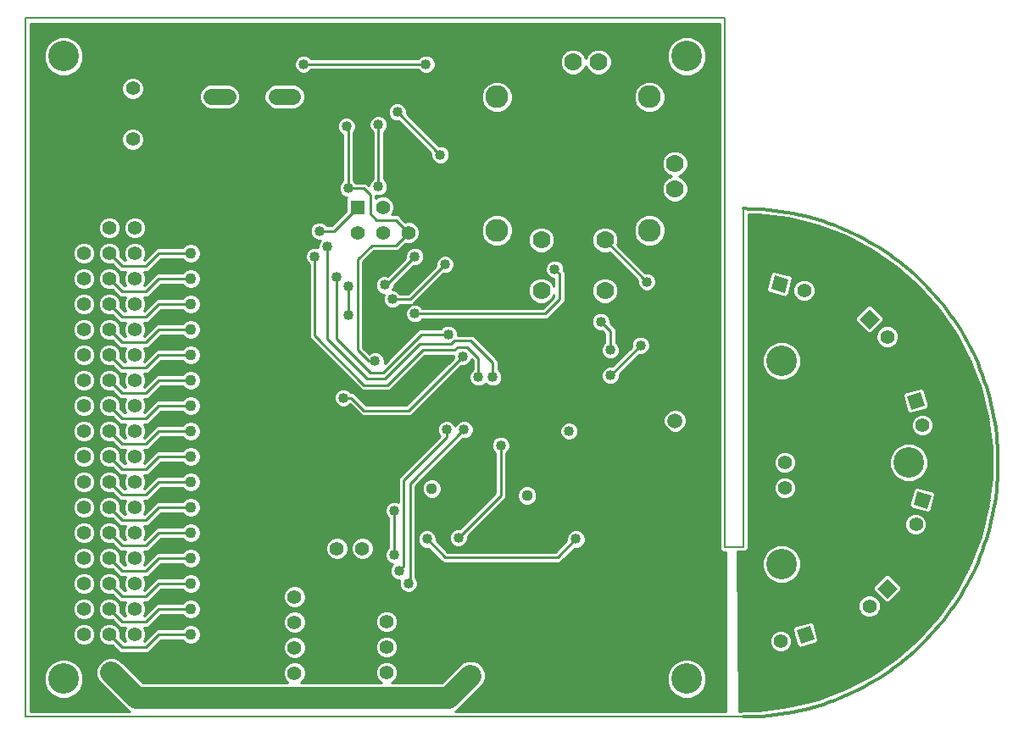
<source format=gbl>
G75*
%MOIN*%
%OFA0B0*%
%FSLAX24Y24*%
%IPPOS*%
%LPD*%
%AMOC8*
5,1,8,0,0,1.08239X$1,22.5*
%
%ADD10C,0.0120*%
%ADD11C,0.0080*%
%ADD12R,0.0555X0.0555*%
%ADD13C,0.0555*%
%ADD14R,0.0555X0.0555*%
%ADD15C,0.1200*%
%ADD16C,0.0594*%
%ADD17C,0.0900*%
%ADD18C,0.0700*%
%ADD19C,0.0640*%
%ADD20C,0.0440*%
%ADD21C,0.0100*%
%ADD22C,0.0400*%
%ADD23C,0.0650*%
%ADD24C,0.0860*%
%ADD25C,0.0436*%
D10*
X028266Y001194D02*
X028192Y007447D01*
X028491Y007447D01*
X028620Y007576D01*
X028620Y020727D01*
X028989Y020716D01*
X030159Y020574D01*
X031304Y020292D01*
X032406Y019874D01*
X033449Y019327D01*
X034419Y018657D01*
X035301Y017875D01*
X036083Y016993D01*
X036752Y016023D01*
X037300Y014980D01*
X037718Y013878D01*
X038000Y012733D01*
X038142Y011563D01*
X038142Y010385D01*
X038000Y009215D01*
X037718Y008071D01*
X037300Y006969D01*
X036752Y005925D01*
X036083Y004955D01*
X035301Y004073D01*
X034419Y003291D01*
X033449Y002622D01*
X032406Y002074D01*
X031304Y001656D01*
X030159Y001374D01*
X028989Y001232D01*
X028400Y001214D01*
X028352Y001214D01*
X028304Y001194D01*
X028266Y001194D01*
X028266Y001211D02*
X028345Y001211D01*
X028265Y001330D02*
X029794Y001330D01*
X030460Y001448D02*
X028263Y001448D01*
X028262Y001567D02*
X030941Y001567D01*
X031380Y001685D02*
X028261Y001685D01*
X028259Y001804D02*
X031693Y001804D01*
X032005Y001922D02*
X028258Y001922D01*
X028256Y002041D02*
X032318Y002041D01*
X032568Y002159D02*
X028255Y002159D01*
X028254Y002278D02*
X032794Y002278D01*
X033019Y002396D02*
X028252Y002396D01*
X028251Y002515D02*
X033245Y002515D01*
X033466Y002633D02*
X028249Y002633D01*
X028248Y002752D02*
X033637Y002752D01*
X033809Y002870D02*
X028246Y002870D01*
X028245Y002989D02*
X033981Y002989D01*
X034152Y003107D02*
X028244Y003107D01*
X028242Y003226D02*
X034324Y003226D01*
X034479Y003344D02*
X028241Y003344D01*
X028239Y003463D02*
X034613Y003463D01*
X034746Y003581D02*
X030150Y003581D01*
X030126Y003557D02*
X030255Y003686D01*
X030325Y003854D01*
X030325Y004036D01*
X030255Y004204D01*
X030126Y004333D01*
X029958Y004402D01*
X029776Y004402D01*
X029608Y004333D01*
X029479Y004204D01*
X029410Y004036D01*
X029410Y003854D01*
X029479Y003686D01*
X029608Y003557D01*
X029776Y003487D01*
X029958Y003487D01*
X030126Y003557D01*
X030261Y003700D02*
X030561Y003700D01*
X030611Y003671D02*
X031291Y003853D01*
X031366Y003982D01*
X031184Y004662D01*
X031055Y004737D01*
X030375Y004554D01*
X030300Y004425D01*
X030482Y003745D01*
X030611Y003671D01*
X030720Y003700D02*
X034880Y003700D01*
X035014Y003818D02*
X031162Y003818D01*
X031340Y003937D02*
X035148Y003937D01*
X035281Y004055D02*
X031346Y004055D01*
X031315Y004174D02*
X035391Y004174D01*
X035496Y004292D02*
X031283Y004292D01*
X031251Y004411D02*
X035601Y004411D01*
X035706Y004529D02*
X031219Y004529D01*
X031188Y004648D02*
X035811Y004648D01*
X035916Y004766D02*
X028224Y004766D01*
X028225Y004648D02*
X030723Y004648D01*
X030360Y004529D02*
X028227Y004529D01*
X028228Y004411D02*
X030304Y004411D01*
X030336Y004292D02*
X030167Y004292D01*
X030267Y004174D02*
X030367Y004174D01*
X030399Y004055D02*
X030316Y004055D01*
X030325Y003937D02*
X030431Y003937D01*
X030463Y003818D02*
X030310Y003818D01*
X029584Y003581D02*
X028238Y003581D01*
X028237Y003700D02*
X029473Y003700D01*
X029424Y003818D02*
X028235Y003818D01*
X028234Y003937D02*
X029410Y003937D01*
X029418Y004055D02*
X028232Y004055D01*
X028231Y004174D02*
X029467Y004174D01*
X029567Y004292D02*
X028230Y004292D01*
X028222Y004885D02*
X033200Y004885D01*
X033258Y004861D02*
X033440Y004861D01*
X033608Y004930D01*
X033737Y005059D01*
X033806Y005227D01*
X033806Y005409D01*
X033737Y005577D01*
X033608Y005706D01*
X033440Y005776D01*
X033258Y005776D01*
X033090Y005706D01*
X032961Y005577D01*
X032891Y005409D01*
X032891Y005227D01*
X032961Y005059D01*
X033090Y004930D01*
X033258Y004861D01*
X033498Y004885D02*
X036021Y004885D01*
X036116Y005003D02*
X033681Y005003D01*
X033763Y005122D02*
X036198Y005122D01*
X036280Y005240D02*
X033806Y005240D01*
X033806Y005359D02*
X036362Y005359D01*
X036443Y005477D02*
X034155Y005477D01*
X034131Y005453D02*
X034628Y005951D01*
X036766Y005951D01*
X036828Y006070D02*
X034628Y006070D01*
X034628Y006100D02*
X034131Y006598D01*
X033981Y006598D01*
X033484Y006100D01*
X033484Y005951D01*
X028210Y005951D01*
X028211Y005833D02*
X033602Y005833D01*
X033588Y005714D02*
X033720Y005714D01*
X033718Y005596D02*
X033839Y005596D01*
X033778Y005477D02*
X033957Y005477D01*
X033981Y005453D02*
X034131Y005453D01*
X033981Y005453D02*
X033484Y005951D01*
X033484Y006070D02*
X028208Y006070D01*
X028207Y006188D02*
X033572Y006188D01*
X033691Y006307D02*
X030327Y006307D01*
X030342Y006313D02*
X030561Y006532D01*
X030680Y006819D01*
X030680Y007129D01*
X030561Y007416D01*
X030342Y007635D01*
X030055Y007754D01*
X029745Y007754D01*
X029458Y007635D01*
X029239Y007416D01*
X029120Y007129D01*
X029120Y006819D01*
X029239Y006532D01*
X029458Y006313D01*
X029745Y006194D01*
X030055Y006194D01*
X030342Y006313D01*
X030454Y006425D02*
X033809Y006425D01*
X033928Y006544D02*
X030566Y006544D01*
X030615Y006662D02*
X037139Y006662D01*
X037077Y006544D02*
X034185Y006544D01*
X034303Y006425D02*
X037015Y006425D01*
X036953Y006307D02*
X034422Y006307D01*
X034540Y006188D02*
X036891Y006188D01*
X036689Y005833D02*
X034510Y005833D01*
X034628Y005951D02*
X034628Y006100D01*
X034392Y005714D02*
X036607Y005714D01*
X036525Y005596D02*
X034273Y005596D01*
X033110Y005714D02*
X028213Y005714D01*
X028214Y005596D02*
X032980Y005596D01*
X032920Y005477D02*
X028215Y005477D01*
X028217Y005359D02*
X032891Y005359D01*
X032891Y005240D02*
X028218Y005240D01*
X028220Y005122D02*
X032935Y005122D01*
X033017Y005003D02*
X028221Y005003D01*
X028206Y006307D02*
X029473Y006307D01*
X029346Y006425D02*
X028204Y006425D01*
X028203Y006544D02*
X029234Y006544D01*
X029185Y006662D02*
X028201Y006662D01*
X028200Y006781D02*
X029136Y006781D01*
X029120Y006899D02*
X028199Y006899D01*
X028197Y007018D02*
X029120Y007018D01*
X029123Y007136D02*
X028196Y007136D01*
X028194Y007255D02*
X029172Y007255D01*
X029221Y007373D02*
X028193Y007373D01*
X028536Y007492D02*
X029314Y007492D01*
X029433Y007610D02*
X028620Y007610D01*
X028620Y007729D02*
X029683Y007729D01*
X030117Y007729D02*
X037588Y007729D01*
X037633Y007847D02*
X028620Y007847D01*
X028620Y007966D02*
X037678Y007966D01*
X037721Y008084D02*
X035263Y008084D01*
X035262Y008084D02*
X035430Y008153D01*
X035558Y008282D01*
X035628Y008450D01*
X035628Y008632D01*
X035558Y008800D01*
X035430Y008929D01*
X035262Y008999D01*
X035080Y008999D01*
X034911Y008929D01*
X034783Y008800D01*
X034713Y008632D01*
X034713Y008450D01*
X034783Y008282D01*
X034911Y008153D01*
X035080Y008084D01*
X035262Y008084D01*
X035078Y008084D02*
X028620Y008084D01*
X028620Y008203D02*
X034862Y008203D01*
X034767Y008321D02*
X028620Y008321D01*
X028620Y008440D02*
X034717Y008440D01*
X034713Y008558D02*
X028620Y008558D01*
X028620Y008677D02*
X034732Y008677D01*
X034781Y008795D02*
X028620Y008795D01*
X028620Y008914D02*
X034896Y008914D01*
X034971Y009156D02*
X034896Y009285D01*
X035079Y009966D01*
X035208Y010040D01*
X035888Y009858D01*
X035962Y009729D01*
X035780Y009049D01*
X035651Y008974D01*
X034971Y009156D01*
X034992Y009151D02*
X028620Y009151D01*
X028620Y009269D02*
X034906Y009269D01*
X034924Y009388D02*
X028620Y009388D01*
X028620Y009506D02*
X034956Y009506D01*
X034987Y009625D02*
X030322Y009625D01*
X030284Y009586D02*
X030413Y009715D01*
X030482Y009883D01*
X030482Y010065D01*
X030413Y010233D01*
X030284Y010362D01*
X030116Y010432D01*
X029934Y010432D01*
X029766Y010362D01*
X029637Y010233D01*
X029568Y010065D01*
X029568Y009883D01*
X029637Y009715D01*
X029766Y009586D01*
X029934Y009517D01*
X030116Y009517D01*
X030284Y009586D01*
X030424Y009743D02*
X035019Y009743D01*
X035051Y009862D02*
X030474Y009862D01*
X030482Y009980D02*
X035104Y009980D01*
X035055Y010194D02*
X035342Y010313D01*
X035561Y010532D01*
X035680Y010819D01*
X035680Y011129D01*
X035561Y011416D01*
X035342Y011635D01*
X035055Y011754D01*
X034745Y011754D01*
X034458Y011635D01*
X034239Y011416D01*
X034120Y011129D01*
X034120Y010819D01*
X034239Y010532D01*
X034458Y010313D01*
X034745Y010194D01*
X035055Y010194D01*
X035111Y010217D02*
X038122Y010217D01*
X038107Y010099D02*
X030469Y010099D01*
X030420Y010217D02*
X034689Y010217D01*
X034435Y010336D02*
X030310Y010336D01*
X030251Y010573D02*
X034222Y010573D01*
X034173Y010691D02*
X030389Y010691D01*
X030413Y010715D02*
X030482Y010883D01*
X030482Y011065D01*
X030413Y011233D01*
X030284Y011362D01*
X030116Y011432D01*
X029934Y011432D01*
X029766Y011362D01*
X029637Y011233D01*
X029568Y011065D01*
X029568Y010883D01*
X029637Y010715D01*
X029766Y010586D01*
X029934Y010517D01*
X030116Y010517D01*
X030284Y010586D01*
X030413Y010715D01*
X030452Y010810D02*
X034124Y010810D01*
X034120Y010928D02*
X030482Y010928D01*
X030482Y011047D02*
X034120Y011047D01*
X034135Y011165D02*
X030441Y011165D01*
X030362Y011284D02*
X034184Y011284D01*
X034233Y011402D02*
X030187Y011402D01*
X029863Y011402D02*
X028620Y011402D01*
X028620Y011284D02*
X029688Y011284D01*
X029609Y011165D02*
X028620Y011165D01*
X028620Y011047D02*
X029568Y011047D01*
X029568Y010928D02*
X028620Y010928D01*
X028620Y010810D02*
X029598Y010810D01*
X029661Y010691D02*
X028620Y010691D01*
X028620Y010573D02*
X029799Y010573D01*
X029740Y010336D02*
X028620Y010336D01*
X028620Y010454D02*
X034317Y010454D01*
X035365Y010336D02*
X038136Y010336D01*
X038142Y010454D02*
X035483Y010454D01*
X035578Y010573D02*
X038142Y010573D01*
X038142Y010691D02*
X035627Y010691D01*
X035676Y010810D02*
X038142Y010810D01*
X038142Y010928D02*
X035680Y010928D01*
X035680Y011047D02*
X038142Y011047D01*
X038142Y011165D02*
X035665Y011165D01*
X035616Y011284D02*
X038142Y011284D01*
X038142Y011402D02*
X035567Y011402D01*
X035457Y011521D02*
X038142Y011521D01*
X038133Y011639D02*
X035333Y011639D01*
X035338Y011984D02*
X035170Y012053D01*
X035042Y012182D01*
X034972Y012350D01*
X028620Y012350D01*
X028620Y012232D02*
X035021Y012232D01*
X034972Y012350D02*
X034972Y012532D01*
X035042Y012700D01*
X035170Y012829D01*
X035338Y012899D01*
X035520Y012899D01*
X035689Y012829D01*
X035817Y012700D01*
X035887Y012532D01*
X035887Y012350D01*
X038047Y012350D01*
X038061Y012232D02*
X035838Y012232D01*
X035817Y012182D02*
X035887Y012350D01*
X035887Y012469D02*
X038032Y012469D01*
X038018Y012587D02*
X035864Y012587D01*
X035812Y012706D02*
X038004Y012706D01*
X037978Y012824D02*
X035693Y012824D01*
X035629Y013056D02*
X035704Y013185D01*
X035521Y013866D01*
X035392Y013940D01*
X034712Y013758D01*
X034638Y013629D01*
X034820Y012949D01*
X034949Y012874D01*
X035629Y013056D01*
X035632Y013061D02*
X037919Y013061D01*
X037949Y012943D02*
X035205Y012943D01*
X035165Y012824D02*
X028620Y012824D01*
X028620Y012706D02*
X035047Y012706D01*
X034995Y012587D02*
X028620Y012587D01*
X028620Y012469D02*
X034972Y012469D01*
X035110Y012113D02*
X028620Y012113D01*
X028620Y011995D02*
X035312Y011995D01*
X035338Y011984D02*
X035520Y011984D01*
X035689Y012053D01*
X035817Y012182D01*
X035748Y012113D02*
X038075Y012113D01*
X038090Y011995D02*
X035547Y011995D01*
X034467Y011639D02*
X028620Y011639D01*
X028620Y011521D02*
X034343Y011521D01*
X035432Y009980D02*
X038093Y009980D01*
X038079Y009862D02*
X035874Y009862D01*
X035954Y009743D02*
X038064Y009743D01*
X038050Y009625D02*
X035935Y009625D01*
X035903Y009506D02*
X038036Y009506D01*
X038021Y009388D02*
X035871Y009388D01*
X035839Y009269D02*
X038007Y009269D01*
X037984Y009151D02*
X035808Y009151D01*
X035752Y009032D02*
X037955Y009032D01*
X037926Y008914D02*
X035445Y008914D01*
X035434Y009032D02*
X028620Y009032D01*
X028620Y009625D02*
X029728Y009625D01*
X029626Y009743D02*
X028620Y009743D01*
X028620Y009862D02*
X029576Y009862D01*
X029568Y009980D02*
X028620Y009980D01*
X028620Y010099D02*
X029581Y010099D01*
X029630Y010217D02*
X028620Y010217D01*
X028400Y000974D02*
X028644Y000977D01*
X028887Y000986D01*
X029130Y001001D01*
X029373Y001021D01*
X029615Y001048D01*
X029856Y001081D01*
X030096Y001119D01*
X030336Y001163D01*
X030574Y001213D01*
X030811Y001269D01*
X031047Y001331D01*
X031281Y001398D01*
X031513Y001471D01*
X031744Y001550D01*
X031972Y001634D01*
X032199Y001724D01*
X032423Y001819D01*
X032645Y001920D01*
X032864Y002026D01*
X033080Y002137D01*
X033294Y002254D01*
X033505Y002375D01*
X033713Y002502D01*
X033918Y002634D01*
X034119Y002771D01*
X034317Y002913D01*
X034512Y003059D01*
X034703Y003210D01*
X034890Y003366D01*
X035073Y003526D01*
X035253Y003691D01*
X035428Y003860D01*
X035599Y004033D01*
X035766Y004211D01*
X035928Y004392D01*
X036086Y004577D01*
X036240Y004766D01*
X036389Y004959D01*
X036533Y005155D01*
X036672Y005355D01*
X036807Y005558D01*
X036936Y005765D01*
X037060Y005974D01*
X037179Y006186D01*
X037293Y006402D01*
X037402Y006619D01*
X037505Y006840D01*
X037603Y007063D01*
X037696Y007288D01*
X037783Y007516D01*
X037864Y007745D01*
X037940Y007977D01*
X038010Y008210D01*
X038075Y008445D01*
X038134Y008681D01*
X038187Y008919D01*
X038234Y009158D01*
X038275Y009398D01*
X038310Y009639D01*
X038340Y009880D01*
X038364Y010123D01*
X038381Y010366D01*
X038393Y010609D01*
X038399Y010852D01*
X038399Y011096D01*
X038393Y011339D01*
X038381Y011582D01*
X038364Y011825D01*
X038340Y012068D01*
X038310Y012309D01*
X038275Y012550D01*
X038234Y012790D01*
X038187Y013029D01*
X038134Y013267D01*
X038075Y013503D01*
X038010Y013738D01*
X037940Y013971D01*
X037864Y014203D01*
X037783Y014432D01*
X037696Y014660D01*
X037603Y014885D01*
X037505Y015108D01*
X037402Y015329D01*
X037293Y015546D01*
X037179Y015762D01*
X037060Y015974D01*
X036936Y016183D01*
X036807Y016390D01*
X036672Y016593D01*
X036533Y016793D01*
X036389Y016989D01*
X036240Y017182D01*
X036086Y017371D01*
X035928Y017556D01*
X035766Y017737D01*
X035599Y017915D01*
X035428Y018088D01*
X035253Y018257D01*
X035073Y018422D01*
X034890Y018582D01*
X034703Y018738D01*
X034512Y018889D01*
X034317Y019035D01*
X034119Y019177D01*
X033918Y019314D01*
X033713Y019446D01*
X033505Y019573D01*
X033294Y019694D01*
X033080Y019811D01*
X032864Y019922D01*
X032645Y020028D01*
X032423Y020129D01*
X032199Y020224D01*
X031972Y020314D01*
X031744Y020398D01*
X031513Y020477D01*
X031281Y020550D01*
X031047Y020617D01*
X030811Y020679D01*
X030574Y020735D01*
X030336Y020785D01*
X030096Y020829D01*
X029856Y020867D01*
X029615Y020900D01*
X029373Y020927D01*
X029130Y020947D01*
X028887Y020962D01*
X028644Y020971D01*
X028400Y020974D01*
X028620Y020645D02*
X029575Y020645D01*
X030352Y020527D02*
X028620Y020527D01*
X028620Y020408D02*
X030833Y020408D01*
X031310Y020290D02*
X028620Y020290D01*
X028620Y020171D02*
X031623Y020171D01*
X031935Y020053D02*
X028620Y020053D01*
X028620Y019934D02*
X032248Y019934D01*
X032517Y019816D02*
X028620Y019816D01*
X028620Y019697D02*
X032743Y019697D01*
X032969Y019579D02*
X028620Y019579D01*
X028620Y019460D02*
X033195Y019460D01*
X033420Y019342D02*
X028620Y019342D01*
X028620Y019223D02*
X033599Y019223D01*
X033771Y019105D02*
X028620Y019105D01*
X028620Y018986D02*
X033942Y018986D01*
X034114Y018868D02*
X028620Y018868D01*
X028620Y018749D02*
X034286Y018749D01*
X034449Y018631D02*
X028620Y018631D01*
X028620Y018512D02*
X029553Y018512D01*
X029595Y018537D02*
X029466Y018462D01*
X029284Y017782D01*
X029359Y017653D01*
X030039Y017471D01*
X030168Y017545D01*
X030350Y018225D01*
X030275Y018354D01*
X029595Y018537D01*
X029686Y018512D02*
X034583Y018512D01*
X034716Y018394D02*
X030129Y018394D01*
X030321Y018275D02*
X034850Y018275D01*
X034984Y018157D02*
X030984Y018157D01*
X031042Y018133D02*
X030874Y018202D01*
X030692Y018202D01*
X030524Y018133D01*
X030395Y018004D01*
X030325Y017836D01*
X030325Y017654D01*
X030395Y017486D01*
X030524Y017357D01*
X030692Y017287D01*
X030874Y017287D01*
X031042Y017357D01*
X031171Y017486D01*
X031240Y017654D01*
X031240Y017836D01*
X031171Y018004D01*
X031042Y018133D01*
X031136Y018038D02*
X035118Y018038D01*
X035251Y017920D02*
X031206Y017920D01*
X031240Y017801D02*
X035367Y017801D01*
X035472Y017683D02*
X031240Y017683D01*
X031203Y017564D02*
X035577Y017564D01*
X035682Y017446D02*
X031131Y017446D01*
X030970Y017327D02*
X035787Y017327D01*
X035892Y017209D02*
X028620Y017209D01*
X028620Y017327D02*
X030596Y017327D01*
X030435Y017446D02*
X028620Y017446D01*
X028620Y017564D02*
X029689Y017564D01*
X029341Y017683D02*
X028620Y017683D01*
X028620Y017801D02*
X029289Y017801D01*
X029321Y017920D02*
X028620Y017920D01*
X028620Y018038D02*
X029353Y018038D01*
X029384Y018157D02*
X028620Y018157D01*
X028620Y018275D02*
X029416Y018275D01*
X029448Y018394D02*
X028620Y018394D01*
X028620Y017090D02*
X033162Y017090D01*
X033274Y017203D02*
X032777Y016705D01*
X032777Y016556D01*
X033274Y016058D01*
X033424Y016058D01*
X033921Y016556D01*
X033921Y016705D01*
X033424Y017203D01*
X033274Y017203D01*
X033536Y017090D02*
X035997Y017090D01*
X036098Y016972D02*
X033654Y016972D01*
X033773Y016853D02*
X036180Y016853D01*
X036261Y016735D02*
X033891Y016735D01*
X033921Y016616D02*
X036343Y016616D01*
X036425Y016498D02*
X033863Y016498D01*
X033962Y016379D02*
X033745Y016379D01*
X033797Y016311D02*
X033668Y016182D01*
X033599Y016014D01*
X033599Y015832D01*
X033668Y015664D01*
X033797Y015535D01*
X033965Y015466D01*
X034147Y015466D01*
X034315Y015535D01*
X034444Y015664D01*
X034514Y015832D01*
X034514Y016014D01*
X034444Y016182D01*
X034315Y016311D01*
X034147Y016381D01*
X033965Y016381D01*
X033797Y016311D01*
X033747Y016261D02*
X033626Y016261D01*
X033652Y016142D02*
X033508Y016142D01*
X033603Y016024D02*
X028620Y016024D01*
X028620Y016142D02*
X033190Y016142D01*
X033071Y016261D02*
X028620Y016261D01*
X028620Y016379D02*
X032953Y016379D01*
X032834Y016498D02*
X028620Y016498D01*
X028620Y016616D02*
X032777Y016616D01*
X032806Y016735D02*
X028620Y016735D01*
X028620Y016853D02*
X032925Y016853D01*
X033043Y016972D02*
X028620Y016972D01*
X028620Y015905D02*
X033599Y015905D01*
X033617Y015787D02*
X028620Y015787D01*
X028620Y015668D02*
X029537Y015668D01*
X029458Y015635D02*
X029239Y015416D01*
X029120Y015129D01*
X029120Y014819D01*
X029239Y014532D01*
X029458Y014313D01*
X029745Y014194D01*
X030055Y014194D01*
X030342Y014313D01*
X030561Y014532D01*
X030680Y014819D01*
X030680Y015129D01*
X030561Y015416D01*
X030342Y015635D01*
X030055Y015754D01*
X029745Y015754D01*
X029458Y015635D01*
X029372Y015550D02*
X028620Y015550D01*
X028620Y015431D02*
X029254Y015431D01*
X029196Y015313D02*
X028620Y015313D01*
X028620Y015194D02*
X029147Y015194D01*
X029120Y015076D02*
X028620Y015076D01*
X028620Y014957D02*
X029120Y014957D01*
X029120Y014839D02*
X028620Y014839D01*
X028620Y014720D02*
X029161Y014720D01*
X029210Y014602D02*
X028620Y014602D01*
X028620Y014483D02*
X029288Y014483D01*
X029406Y014365D02*
X028620Y014365D01*
X028620Y014246D02*
X029619Y014246D01*
X030181Y014246D02*
X037578Y014246D01*
X037623Y014128D02*
X028620Y014128D01*
X028620Y014009D02*
X037668Y014009D01*
X037713Y013891D02*
X035478Y013891D01*
X035546Y013772D02*
X037744Y013772D01*
X037773Y013654D02*
X035578Y013654D01*
X035610Y013535D02*
X037803Y013535D01*
X037832Y013417D02*
X035642Y013417D01*
X035673Y013298D02*
X037861Y013298D01*
X037890Y013180D02*
X035700Y013180D01*
X035208Y013891D02*
X028620Y013891D01*
X028620Y013772D02*
X034765Y013772D01*
X034652Y013654D02*
X028620Y013654D01*
X028620Y013535D02*
X034663Y013535D01*
X034694Y013417D02*
X028620Y013417D01*
X028620Y013298D02*
X034726Y013298D01*
X034758Y013180D02*
X028620Y013180D01*
X028620Y013061D02*
X034790Y013061D01*
X034830Y012943D02*
X028620Y012943D01*
X028620Y011876D02*
X038104Y011876D01*
X038119Y011758D02*
X028620Y011758D01*
X030394Y014365D02*
X037533Y014365D01*
X037488Y014483D02*
X030512Y014483D01*
X030590Y014602D02*
X037444Y014602D01*
X037399Y014720D02*
X030639Y014720D01*
X030680Y014839D02*
X037354Y014839D01*
X037309Y014957D02*
X030680Y014957D01*
X030680Y015076D02*
X037250Y015076D01*
X037188Y015194D02*
X030653Y015194D01*
X030604Y015313D02*
X037125Y015313D01*
X037063Y015431D02*
X030546Y015431D01*
X030428Y015550D02*
X033782Y015550D01*
X033666Y015668D02*
X030263Y015668D01*
X030173Y017564D02*
X030363Y017564D01*
X030325Y017683D02*
X030205Y017683D01*
X030236Y017801D02*
X030325Y017801D01*
X030360Y017920D02*
X030268Y017920D01*
X030300Y018038D02*
X030429Y018038D01*
X030332Y018157D02*
X030582Y018157D01*
X034150Y016379D02*
X036507Y016379D01*
X036589Y016261D02*
X034365Y016261D01*
X034460Y016142D02*
X036670Y016142D01*
X036752Y016024D02*
X034510Y016024D01*
X034514Y015905D02*
X036814Y015905D01*
X036877Y015787D02*
X034495Y015787D01*
X034446Y015668D02*
X036939Y015668D01*
X037001Y015550D02*
X034330Y015550D01*
X035561Y008795D02*
X037897Y008795D01*
X037867Y008677D02*
X035610Y008677D01*
X035628Y008558D02*
X037838Y008558D01*
X037809Y008440D02*
X035624Y008440D01*
X035575Y008321D02*
X037780Y008321D01*
X037751Y008203D02*
X035479Y008203D01*
X037202Y006781D02*
X030664Y006781D01*
X030680Y006899D02*
X037264Y006899D01*
X037319Y007018D02*
X030680Y007018D01*
X030677Y007136D02*
X037364Y007136D01*
X037409Y007255D02*
X030628Y007255D01*
X030579Y007373D02*
X037454Y007373D01*
X037499Y007492D02*
X030486Y007492D01*
X030367Y007610D02*
X037543Y007610D01*
D11*
X028400Y000974D02*
X000150Y000974D01*
X000150Y028474D01*
X027650Y028474D01*
X027650Y007667D01*
X028400Y007667D01*
X028400Y020974D01*
D12*
X013213Y021037D03*
D13*
X014213Y021037D03*
X015213Y021037D03*
X015213Y020037D03*
X014213Y020037D03*
X013213Y020037D03*
X004450Y020224D03*
X004450Y019224D03*
X004450Y018224D03*
X003450Y018224D03*
X002450Y018224D03*
X001450Y018224D03*
X001450Y019224D03*
X002450Y019224D03*
X003450Y019224D03*
X003450Y020224D03*
X002450Y020224D03*
X002450Y017224D03*
X003450Y017224D03*
X003450Y016224D03*
X002450Y016224D03*
X002450Y015224D03*
X003450Y015224D03*
X003450Y014224D03*
X002450Y014224D03*
X002450Y013224D03*
X003450Y013224D03*
X003450Y012224D03*
X002450Y012224D03*
X002450Y011224D03*
X003450Y011224D03*
X003450Y010224D03*
X002450Y010224D03*
X002450Y009224D03*
X003450Y009224D03*
X003450Y008224D03*
X002450Y008224D03*
X002450Y007224D03*
X003450Y007224D03*
X003450Y006224D03*
X002450Y006224D03*
X002450Y005224D03*
X003450Y005224D03*
X003450Y004224D03*
X002450Y004224D03*
X001450Y004224D03*
X001450Y005224D03*
X001450Y006224D03*
X001450Y007224D03*
X001450Y008224D03*
X001450Y009224D03*
X001450Y010224D03*
X001450Y011224D03*
X001450Y012224D03*
X001450Y013224D03*
X001450Y014224D03*
X001450Y015224D03*
X001450Y016224D03*
X001450Y017224D03*
X004450Y017224D03*
X004450Y016224D03*
X004450Y015224D03*
X004450Y014224D03*
X004450Y013224D03*
X004450Y012224D03*
X004450Y011224D03*
X004450Y010224D03*
X004450Y009224D03*
X004450Y008224D03*
X004450Y007224D03*
X004450Y006224D03*
X004450Y005224D03*
X004450Y004224D03*
X010725Y004699D03*
X010725Y003699D03*
X010725Y002699D03*
X010725Y005699D03*
X011400Y007599D03*
X012400Y007599D03*
X013400Y007599D03*
X014350Y005724D03*
X014350Y004724D03*
X014350Y003724D03*
X014350Y002724D03*
X029867Y003945D03*
X033349Y005318D03*
X035171Y008541D03*
X035429Y012441D03*
X034056Y015923D03*
X030783Y017745D03*
X030025Y011974D03*
X030025Y010974D03*
X030025Y009974D03*
X004375Y023712D03*
X004375Y025712D03*
D14*
G36*
X030012Y017665D02*
X029478Y017809D01*
X029622Y018343D01*
X030156Y018199D01*
X030012Y017665D01*
G37*
G36*
X033349Y016239D02*
X032958Y016630D01*
X033349Y017021D01*
X033740Y016630D01*
X033349Y016239D01*
G37*
G36*
X034976Y013068D02*
X034832Y013602D01*
X035366Y013746D01*
X035510Y013212D01*
X034976Y013068D01*
G37*
G36*
X035090Y009312D02*
X035234Y009846D01*
X035768Y009702D01*
X035624Y009168D01*
X035090Y009312D01*
G37*
G36*
X033665Y006025D02*
X034056Y006416D01*
X034447Y006025D01*
X034056Y005634D01*
X033665Y006025D01*
G37*
G36*
X030494Y004399D02*
X031028Y004543D01*
X031172Y004009D01*
X030638Y003865D01*
X030494Y004399D01*
G37*
D15*
X029900Y006974D03*
X034900Y010974D03*
X029900Y014974D03*
X026150Y026974D03*
X001650Y026974D03*
X001650Y002474D03*
X026150Y002474D03*
D16*
X025700Y012640D03*
X025700Y014608D03*
D17*
X024688Y020124D03*
X018688Y020124D03*
X018688Y025374D03*
X024688Y025374D03*
D18*
X025688Y023749D03*
X025688Y022749D03*
X025688Y021749D03*
X022938Y019749D03*
X022938Y017749D03*
X020438Y017749D03*
X020438Y019749D03*
X020688Y026749D03*
X021688Y026749D03*
X022688Y026749D03*
D19*
X010663Y025389D02*
X010023Y025389D01*
X010023Y023609D02*
X010663Y023609D01*
X008103Y023609D02*
X007463Y023609D01*
X007463Y025389D02*
X008103Y025389D01*
D20*
X016125Y009962D03*
X019875Y009687D03*
D21*
X019516Y009839D02*
X019057Y009839D01*
X019057Y009741D02*
X019485Y009741D01*
X019485Y009764D02*
X019485Y009609D01*
X019544Y009466D01*
X019654Y009356D01*
X019797Y009297D01*
X019953Y009297D01*
X020096Y009356D01*
X020206Y009466D01*
X020265Y009609D01*
X020265Y009764D01*
X020206Y009908D01*
X020096Y010017D01*
X019953Y010077D01*
X019797Y010077D01*
X019654Y010017D01*
X019544Y009908D01*
X019485Y009764D01*
X019485Y009642D02*
X019057Y009642D01*
X019057Y009596D02*
X019057Y011358D01*
X019151Y011452D01*
X019207Y011588D01*
X019207Y011735D01*
X019151Y011871D01*
X019047Y011975D01*
X018911Y012032D01*
X018764Y012032D01*
X018628Y011975D01*
X018524Y011871D01*
X018468Y011735D01*
X018468Y011588D01*
X018524Y011452D01*
X018618Y011358D01*
X018618Y009778D01*
X017234Y008394D01*
X017101Y008394D01*
X016965Y008338D01*
X016861Y008234D01*
X016805Y008098D01*
X016805Y007951D01*
X016861Y007815D01*
X016965Y007710D01*
X017101Y007654D01*
X017249Y007654D01*
X017385Y007710D01*
X017489Y007815D01*
X017545Y007951D01*
X017545Y008083D01*
X019057Y009596D01*
X019006Y009544D02*
X019512Y009544D01*
X019565Y009445D02*
X018907Y009445D01*
X018809Y009347D02*
X019677Y009347D01*
X020073Y009347D02*
X027440Y009347D01*
X027440Y009445D02*
X020185Y009445D01*
X020238Y009544D02*
X027440Y009544D01*
X027440Y009642D02*
X020265Y009642D01*
X020265Y009741D02*
X027440Y009741D01*
X027440Y009839D02*
X020234Y009839D01*
X020176Y009938D02*
X027440Y009938D01*
X027440Y010036D02*
X020050Y010036D01*
X019700Y010036D02*
X019057Y010036D01*
X019057Y009938D02*
X019574Y009938D01*
X019057Y010135D02*
X027440Y010135D01*
X027440Y010233D02*
X019057Y010233D01*
X019057Y010332D02*
X027440Y010332D01*
X027440Y010430D02*
X019057Y010430D01*
X019057Y010529D02*
X027440Y010529D01*
X027440Y010627D02*
X019057Y010627D01*
X019057Y010726D02*
X027440Y010726D01*
X027440Y010824D02*
X019057Y010824D01*
X019057Y010923D02*
X027440Y010923D01*
X027440Y011021D02*
X019057Y011021D01*
X019057Y011120D02*
X027440Y011120D01*
X027440Y011218D02*
X019057Y011218D01*
X019057Y011317D02*
X027440Y011317D01*
X027440Y011415D02*
X019114Y011415D01*
X019177Y011514D02*
X027440Y011514D01*
X027440Y011612D02*
X019207Y011612D01*
X019207Y011711D02*
X027440Y011711D01*
X027440Y011809D02*
X019177Y011809D01*
X019115Y011908D02*
X021322Y011908D01*
X021315Y011910D02*
X021451Y011854D01*
X021599Y011854D01*
X021735Y011910D01*
X021839Y012015D01*
X021895Y012151D01*
X021895Y012298D01*
X021839Y012434D01*
X021735Y012538D01*
X021599Y012594D01*
X021451Y012594D01*
X021315Y012538D01*
X021211Y012434D01*
X021155Y012298D01*
X021155Y012151D01*
X021211Y012015D01*
X021315Y011910D01*
X021220Y012006D02*
X018973Y012006D01*
X018702Y012006D02*
X017643Y012006D01*
X017610Y011973D02*
X017714Y012077D01*
X017770Y012213D01*
X017770Y012360D01*
X017714Y012496D01*
X017610Y012600D01*
X017474Y012657D01*
X017326Y012657D01*
X017190Y012600D01*
X017086Y012496D01*
X017056Y012424D01*
X017026Y012496D01*
X016922Y012600D01*
X016786Y012657D01*
X016639Y012657D01*
X016503Y012600D01*
X016399Y012496D01*
X016343Y012360D01*
X016343Y012213D01*
X016399Y012077D01*
X016452Y012024D01*
X014934Y010507D01*
X014805Y010378D01*
X014805Y009435D01*
X014724Y009469D01*
X014576Y009469D01*
X014440Y009413D01*
X014336Y009309D01*
X014280Y009173D01*
X014280Y009026D01*
X014336Y008890D01*
X014430Y008796D01*
X014430Y007652D01*
X014336Y007559D01*
X014280Y007423D01*
X014280Y007276D01*
X014336Y007140D01*
X014440Y007035D01*
X014571Y006981D01*
X014524Y006934D01*
X014468Y006798D01*
X014468Y006651D01*
X014524Y006515D01*
X014628Y006410D01*
X014764Y006354D01*
X014866Y006354D01*
X014843Y006298D01*
X014843Y006151D01*
X014899Y006015D01*
X015003Y005910D01*
X015139Y005854D01*
X015286Y005854D01*
X015422Y005910D01*
X015526Y006015D01*
X015582Y006151D01*
X015582Y006298D01*
X015526Y006434D01*
X015495Y006465D01*
X015495Y010071D01*
X017341Y011917D01*
X017474Y011917D01*
X017610Y011973D01*
X017725Y012105D02*
X021174Y012105D01*
X021155Y012203D02*
X017766Y012203D01*
X017770Y012302D02*
X021157Y012302D01*
X021197Y012400D02*
X017753Y012400D01*
X017711Y012499D02*
X021276Y012499D01*
X021774Y012499D02*
X025253Y012499D01*
X025233Y012547D02*
X025304Y012375D01*
X025435Y012244D01*
X025607Y012173D01*
X025793Y012173D01*
X025965Y012244D01*
X026096Y012375D01*
X026167Y012547D01*
X026167Y012733D01*
X026096Y012905D01*
X025965Y013036D01*
X025793Y013107D01*
X025607Y013107D01*
X025435Y013036D01*
X025304Y012905D01*
X025233Y012733D01*
X025233Y012547D01*
X025233Y012597D02*
X017613Y012597D01*
X017400Y012287D02*
X015275Y010162D01*
X015275Y006287D01*
X015213Y006224D01*
X015560Y006096D02*
X027700Y006096D01*
X027700Y005998D02*
X015509Y005998D01*
X015395Y005899D02*
X027700Y005899D01*
X027700Y005801D02*
X011167Y005801D01*
X011172Y005788D02*
X011104Y005953D01*
X010978Y006078D01*
X010814Y006147D01*
X010636Y006147D01*
X010472Y006078D01*
X010346Y005953D01*
X010278Y005788D01*
X010278Y005610D01*
X010346Y005446D01*
X010472Y005320D01*
X010636Y005252D01*
X010814Y005252D01*
X010978Y005320D01*
X011104Y005446D01*
X011172Y005610D01*
X011172Y005788D01*
X011172Y005702D02*
X027700Y005702D01*
X027700Y005604D02*
X011170Y005604D01*
X011129Y005505D02*
X027700Y005505D01*
X027700Y005407D02*
X011065Y005407D01*
X010950Y005308D02*
X027700Y005308D01*
X027700Y005210D02*
X007038Y005210D01*
X007038Y005147D02*
X007038Y005301D01*
X006979Y005444D01*
X006870Y005553D01*
X006727Y005612D01*
X006573Y005612D01*
X006430Y005553D01*
X006321Y005444D01*
X005309Y005444D01*
X005180Y005315D01*
X004809Y004944D01*
X004803Y004944D01*
X004829Y004971D01*
X004897Y005135D01*
X004897Y005313D01*
X004829Y005478D01*
X004803Y005504D01*
X004991Y005504D01*
X005491Y006004D01*
X006321Y006004D01*
X006430Y005895D01*
X006573Y005836D01*
X006727Y005836D01*
X006870Y005895D01*
X006979Y006004D01*
X007038Y006147D01*
X007038Y006301D01*
X006979Y006444D01*
X006870Y006553D01*
X006727Y006612D01*
X006573Y006612D01*
X006430Y006553D01*
X006321Y006444D01*
X005309Y006444D01*
X005180Y006315D01*
X004809Y005944D01*
X004803Y005944D01*
X004829Y005971D01*
X004897Y006135D01*
X004897Y006313D01*
X004829Y006478D01*
X004803Y006504D01*
X004991Y006504D01*
X005491Y007004D01*
X006321Y007004D01*
X006430Y006895D01*
X006573Y006836D01*
X006727Y006836D01*
X006870Y006895D01*
X006979Y007004D01*
X007038Y007147D01*
X007038Y007301D01*
X006979Y007444D01*
X006870Y007553D01*
X006727Y007612D01*
X006573Y007612D01*
X006430Y007553D01*
X006321Y007444D01*
X005309Y007444D01*
X005180Y007315D01*
X004809Y006944D01*
X004803Y006944D01*
X004829Y006971D01*
X004897Y007135D01*
X004897Y007313D01*
X004829Y007478D01*
X004803Y007504D01*
X004991Y007504D01*
X005120Y007633D01*
X005120Y007633D01*
X005491Y008004D01*
X006321Y008004D01*
X006430Y007895D01*
X006573Y007836D01*
X006727Y007836D01*
X006870Y007895D01*
X006979Y008004D01*
X007038Y008147D01*
X007038Y008301D01*
X006979Y008444D01*
X006870Y008553D01*
X006727Y008612D01*
X006573Y008612D01*
X006430Y008553D01*
X006321Y008444D01*
X005309Y008444D01*
X005180Y008315D01*
X004809Y007944D01*
X004803Y007944D01*
X004829Y007971D01*
X004897Y008135D01*
X004897Y008313D01*
X004829Y008478D01*
X004803Y008504D01*
X004991Y008504D01*
X005491Y009004D01*
X006321Y009004D01*
X006430Y008895D01*
X006573Y008836D01*
X006727Y008836D01*
X006870Y008895D01*
X006979Y009004D01*
X007038Y009147D01*
X007038Y009301D01*
X006979Y009444D01*
X006870Y009553D01*
X006727Y009612D01*
X006573Y009612D01*
X006430Y009553D01*
X006321Y009444D01*
X005309Y009444D01*
X005180Y009315D01*
X004809Y008944D01*
X004803Y008944D01*
X004829Y008971D01*
X004897Y009135D01*
X004897Y009313D01*
X004829Y009478D01*
X004803Y009504D01*
X004991Y009504D01*
X005491Y010004D01*
X006321Y010004D01*
X006430Y009895D01*
X006573Y009836D01*
X006727Y009836D01*
X006870Y009895D01*
X006979Y010004D01*
X007038Y010147D01*
X007038Y010301D01*
X006979Y010444D01*
X006870Y010553D01*
X006727Y010612D01*
X006573Y010612D01*
X006430Y010553D01*
X006321Y010444D01*
X005309Y010444D01*
X005180Y010315D01*
X004809Y009944D01*
X004803Y009944D01*
X004829Y009971D01*
X004897Y010135D01*
X004999Y010135D01*
X004897Y010135D02*
X004897Y010313D01*
X004829Y010478D01*
X004803Y010504D01*
X004991Y010504D01*
X005491Y011004D01*
X006321Y011004D01*
X006430Y010895D01*
X006573Y010836D01*
X006727Y010836D01*
X006870Y010895D01*
X006979Y011004D01*
X007038Y011147D01*
X007038Y011301D01*
X006979Y011444D01*
X006870Y011553D01*
X006727Y011612D01*
X006573Y011612D01*
X006430Y011553D01*
X006321Y011444D01*
X005309Y011444D01*
X005180Y011315D01*
X004809Y010944D01*
X004803Y010944D01*
X004829Y010971D01*
X004897Y011135D01*
X004897Y011313D01*
X004829Y011478D01*
X004803Y011504D01*
X004991Y011504D01*
X005491Y012004D01*
X006321Y012004D01*
X006430Y011895D01*
X006573Y011836D01*
X006727Y011836D01*
X006870Y011895D01*
X006979Y012004D01*
X007038Y012147D01*
X007038Y012301D01*
X006979Y012444D01*
X006870Y012553D01*
X006727Y012612D01*
X006573Y012612D01*
X006430Y012553D01*
X006321Y012444D01*
X005309Y012444D01*
X005180Y012315D01*
X004809Y011944D01*
X004803Y011944D01*
X004829Y011971D01*
X004897Y012135D01*
X004897Y012313D01*
X004829Y012478D01*
X004803Y012504D01*
X004991Y012504D01*
X005491Y013004D01*
X006321Y013004D01*
X006430Y012895D01*
X006573Y012836D01*
X006727Y012836D01*
X006870Y012895D01*
X006979Y013004D01*
X007038Y013147D01*
X007038Y013301D01*
X006979Y013444D01*
X006870Y013553D01*
X006727Y013612D01*
X006573Y013612D01*
X006430Y013553D01*
X006321Y013444D01*
X005309Y013444D01*
X005180Y013315D01*
X004809Y012944D01*
X004803Y012944D01*
X004829Y012971D01*
X004897Y013135D01*
X004897Y013313D01*
X004829Y013478D01*
X004803Y013504D01*
X004991Y013504D01*
X005120Y013633D01*
X005120Y013633D01*
X005491Y014004D01*
X006321Y014004D01*
X006430Y013895D01*
X006573Y013836D01*
X006727Y013836D01*
X006870Y013895D01*
X006979Y014004D01*
X007038Y014147D01*
X007038Y014301D01*
X006979Y014444D01*
X006870Y014553D01*
X006727Y014612D01*
X006573Y014612D01*
X006430Y014553D01*
X006321Y014444D01*
X005309Y014444D01*
X005180Y014315D01*
X004809Y013944D01*
X004803Y013944D01*
X004829Y013971D01*
X004897Y014135D01*
X004897Y014313D01*
X004829Y014478D01*
X004803Y014504D01*
X004991Y014504D01*
X005491Y015004D01*
X006321Y015004D01*
X006430Y014895D01*
X006573Y014836D01*
X006727Y014836D01*
X006870Y014895D01*
X006979Y015004D01*
X007038Y015147D01*
X007038Y015301D01*
X006979Y015444D01*
X006870Y015553D01*
X006727Y015612D01*
X006573Y015612D01*
X006430Y015553D01*
X006321Y015444D01*
X005309Y015444D01*
X005180Y015315D01*
X004809Y014944D01*
X004803Y014944D01*
X004829Y014971D01*
X004897Y015135D01*
X004897Y015313D01*
X004829Y015478D01*
X004803Y015504D01*
X004991Y015504D01*
X005491Y016004D01*
X006321Y016004D01*
X006430Y015895D01*
X006573Y015836D01*
X006727Y015836D01*
X006870Y015895D01*
X006979Y016004D01*
X007038Y016147D01*
X007038Y016301D01*
X006979Y016444D01*
X006870Y016553D01*
X006727Y016612D01*
X006573Y016612D01*
X006430Y016553D01*
X006321Y016444D01*
X005309Y016444D01*
X005180Y016315D01*
X004809Y015944D01*
X004803Y015944D01*
X004829Y015971D01*
X004897Y016135D01*
X004897Y016313D01*
X004829Y016478D01*
X004803Y016504D01*
X004991Y016504D01*
X005491Y017004D01*
X006321Y017004D01*
X006430Y016895D01*
X006573Y016836D01*
X006727Y016836D01*
X006870Y016895D01*
X006979Y017004D01*
X007038Y017147D01*
X007038Y017301D01*
X006979Y017444D01*
X006870Y017553D01*
X006727Y017612D01*
X006573Y017612D01*
X006430Y017553D01*
X006321Y017444D01*
X005309Y017444D01*
X005180Y017315D01*
X004809Y016944D01*
X004803Y016944D01*
X004829Y016971D01*
X004897Y017135D01*
X004897Y017313D01*
X004829Y017478D01*
X004803Y017504D01*
X004991Y017504D01*
X005491Y018004D01*
X006321Y018004D01*
X006430Y017895D01*
X006573Y017836D01*
X006727Y017836D01*
X006870Y017895D01*
X006979Y018004D01*
X007038Y018147D01*
X007038Y018301D01*
X006979Y018444D01*
X006870Y018553D01*
X006727Y018612D01*
X006573Y018612D01*
X006430Y018553D01*
X006321Y018444D01*
X005309Y018444D01*
X005180Y018315D01*
X004809Y017944D01*
X004803Y017944D01*
X004829Y017971D01*
X004897Y018135D01*
X004897Y018313D01*
X004829Y018478D01*
X004803Y018504D01*
X004991Y018504D01*
X005491Y019004D01*
X006321Y019004D01*
X006430Y018895D01*
X006573Y018836D01*
X006727Y018836D01*
X006870Y018895D01*
X006979Y019004D01*
X007038Y019147D01*
X007038Y019301D01*
X006979Y019444D01*
X006870Y019553D01*
X006727Y019612D01*
X006573Y019612D01*
X006430Y019553D01*
X006321Y019444D01*
X005309Y019444D01*
X005180Y019315D01*
X004809Y018944D01*
X004803Y018944D01*
X004829Y018971D01*
X004897Y019135D01*
X004897Y019313D01*
X004829Y019478D01*
X004703Y019603D01*
X004539Y019672D01*
X004361Y019672D01*
X004197Y019603D01*
X004071Y019478D01*
X004003Y019313D01*
X004003Y019135D01*
X004071Y018971D01*
X004097Y018944D01*
X004041Y018944D01*
X003884Y019102D01*
X003897Y019135D01*
X003897Y019313D01*
X003829Y019478D01*
X003703Y019603D01*
X003539Y019672D01*
X003361Y019672D01*
X003197Y019603D01*
X003071Y019478D01*
X003003Y019313D01*
X003003Y019135D01*
X003071Y018971D01*
X003197Y018845D01*
X003361Y018777D01*
X003539Y018777D01*
X003572Y018791D01*
X003730Y018633D01*
X003859Y018504D01*
X004097Y018504D01*
X004071Y018478D01*
X004003Y018313D01*
X004003Y018135D01*
X004071Y017971D01*
X004097Y017944D01*
X004041Y017944D01*
X003884Y018102D01*
X003897Y018135D01*
X003897Y018313D01*
X003829Y018478D01*
X003703Y018603D01*
X003539Y018672D01*
X003361Y018672D01*
X003197Y018603D01*
X003071Y018478D01*
X003003Y018313D01*
X003003Y018135D01*
X003071Y017971D01*
X003197Y017845D01*
X003361Y017777D01*
X003539Y017777D01*
X003572Y017791D01*
X003730Y017633D01*
X003859Y017504D01*
X004097Y017504D01*
X004071Y017478D01*
X004003Y017313D01*
X004003Y017135D01*
X004071Y016971D01*
X004097Y016944D01*
X004041Y016944D01*
X003884Y017102D01*
X003897Y017135D01*
X003897Y017313D01*
X003829Y017478D01*
X003703Y017603D01*
X003539Y017672D01*
X003361Y017672D01*
X003197Y017603D01*
X003071Y017478D01*
X003003Y017313D01*
X003003Y017135D01*
X003071Y016971D01*
X003197Y016845D01*
X003361Y016777D01*
X003539Y016777D01*
X003572Y016791D01*
X003730Y016633D01*
X003859Y016504D01*
X004097Y016504D01*
X004071Y016478D01*
X004003Y016313D01*
X004003Y016135D01*
X004071Y015971D01*
X004097Y015944D01*
X004041Y015944D01*
X003884Y016102D01*
X003897Y016135D01*
X003897Y016313D01*
X003829Y016478D01*
X003703Y016603D01*
X003539Y016672D01*
X003361Y016672D01*
X003197Y016603D01*
X003071Y016478D01*
X003003Y016313D01*
X003003Y016135D01*
X003071Y015971D01*
X003197Y015845D01*
X003361Y015777D01*
X003539Y015777D01*
X003572Y015791D01*
X003730Y015633D01*
X003859Y015504D01*
X004097Y015504D01*
X004071Y015478D01*
X004003Y015313D01*
X004003Y015135D01*
X004071Y014971D01*
X004097Y014944D01*
X004041Y014944D01*
X003884Y015102D01*
X003897Y015135D01*
X003897Y015313D01*
X003829Y015478D01*
X003703Y015603D01*
X003539Y015672D01*
X003361Y015672D01*
X003197Y015603D01*
X003071Y015478D01*
X003003Y015313D01*
X003003Y015135D01*
X003071Y014971D01*
X003197Y014845D01*
X003361Y014777D01*
X003539Y014777D01*
X003572Y014791D01*
X003730Y014633D01*
X003859Y014504D01*
X004097Y014504D01*
X004071Y014478D01*
X004003Y014313D01*
X004003Y014135D01*
X004071Y013971D01*
X004097Y013944D01*
X004041Y013944D01*
X003884Y014102D01*
X003897Y014135D01*
X003897Y014313D01*
X003829Y014478D01*
X003703Y014603D01*
X003539Y014672D01*
X003361Y014672D01*
X003197Y014603D01*
X003071Y014478D01*
X003003Y014313D01*
X003003Y014135D01*
X003071Y013971D01*
X003197Y013845D01*
X003361Y013777D01*
X003539Y013777D01*
X003572Y013791D01*
X003730Y013633D01*
X003859Y013504D01*
X004097Y013504D01*
X004071Y013478D01*
X004003Y013313D01*
X004003Y013135D01*
X004071Y012971D01*
X004097Y012944D01*
X004041Y012944D01*
X003884Y013102D01*
X003897Y013135D01*
X003897Y013313D01*
X003829Y013478D01*
X003703Y013603D01*
X003539Y013672D01*
X003361Y013672D01*
X003197Y013603D01*
X003071Y013478D01*
X003003Y013313D01*
X003003Y013135D01*
X003071Y012971D01*
X003197Y012845D01*
X003361Y012777D01*
X003539Y012777D01*
X003572Y012791D01*
X003730Y012633D01*
X003859Y012504D01*
X004097Y012504D01*
X004071Y012478D01*
X004003Y012313D01*
X004003Y012135D01*
X004071Y011971D01*
X004097Y011944D01*
X004041Y011944D01*
X003884Y012102D01*
X003897Y012135D01*
X003897Y012313D01*
X003829Y012478D01*
X003703Y012603D01*
X003539Y012672D01*
X003361Y012672D01*
X003197Y012603D01*
X003071Y012478D01*
X003003Y012313D01*
X003003Y012135D01*
X003071Y011971D01*
X003197Y011845D01*
X003361Y011777D01*
X003539Y011777D01*
X003572Y011791D01*
X003730Y011633D01*
X003859Y011504D01*
X004097Y011504D01*
X004071Y011478D01*
X004003Y011313D01*
X004003Y011135D01*
X004071Y010971D01*
X004097Y010944D01*
X004041Y010944D01*
X003884Y011102D01*
X003897Y011135D01*
X003897Y011313D01*
X003829Y011478D01*
X003703Y011603D01*
X003539Y011672D01*
X003361Y011672D01*
X003197Y011603D01*
X003071Y011478D01*
X003003Y011313D01*
X003003Y011135D01*
X003071Y010971D01*
X003197Y010845D01*
X003361Y010777D01*
X003539Y010777D01*
X003572Y010791D01*
X003730Y010633D01*
X003859Y010504D01*
X004097Y010504D01*
X004071Y010478D01*
X004003Y010313D01*
X004003Y010135D01*
X003897Y010135D01*
X003897Y010313D01*
X003829Y010478D01*
X003703Y010603D01*
X003539Y010672D01*
X003361Y010672D01*
X003197Y010603D01*
X003071Y010478D01*
X003003Y010313D01*
X003003Y010135D01*
X002897Y010135D01*
X002829Y009971D01*
X002703Y009845D01*
X002539Y009777D01*
X002361Y009777D01*
X002197Y009845D01*
X002071Y009971D01*
X002003Y010135D01*
X000360Y010135D01*
X000360Y010233D02*
X002003Y010233D01*
X002003Y010313D02*
X002003Y010135D01*
X002044Y010036D02*
X000360Y010036D01*
X000360Y009938D02*
X002104Y009938D01*
X002210Y009839D02*
X000360Y009839D01*
X000360Y009741D02*
X003622Y009741D01*
X003572Y009791D02*
X003730Y009633D01*
X003859Y009504D01*
X004097Y009504D01*
X004071Y009478D01*
X004003Y009313D01*
X004003Y009135D01*
X004071Y008971D01*
X004097Y008944D01*
X004041Y008944D01*
X003884Y009102D01*
X003897Y009135D01*
X003897Y009313D01*
X003829Y009478D01*
X003703Y009603D01*
X003539Y009672D01*
X003361Y009672D01*
X003197Y009603D01*
X003071Y009478D01*
X003003Y009313D01*
X003003Y009135D01*
X003071Y008971D01*
X003197Y008845D01*
X003361Y008777D01*
X003539Y008777D01*
X003572Y008791D01*
X003730Y008633D01*
X003859Y008504D01*
X004097Y008504D01*
X004071Y008478D01*
X004003Y008313D01*
X004003Y008135D01*
X004071Y007971D01*
X004097Y007944D01*
X004041Y007944D01*
X003884Y008102D01*
X003897Y008135D01*
X003897Y008313D01*
X003829Y008478D01*
X003703Y008603D01*
X003539Y008672D01*
X003361Y008672D01*
X003197Y008603D01*
X003071Y008478D01*
X003003Y008313D01*
X003003Y008135D01*
X003071Y007971D01*
X003197Y007845D01*
X003361Y007777D01*
X003539Y007777D01*
X003572Y007791D01*
X003730Y007633D01*
X003859Y007504D01*
X004097Y007504D01*
X004071Y007478D01*
X004003Y007313D01*
X004003Y007135D01*
X004071Y006971D01*
X004097Y006944D01*
X004041Y006944D01*
X003884Y007102D01*
X003897Y007135D01*
X003897Y007313D01*
X003829Y007478D01*
X003703Y007603D01*
X003539Y007672D01*
X003361Y007672D01*
X003197Y007603D01*
X003071Y007478D01*
X003003Y007313D01*
X003003Y007135D01*
X003071Y006971D01*
X003197Y006845D01*
X003361Y006777D01*
X003539Y006777D01*
X003572Y006791D01*
X003730Y006633D01*
X003859Y006504D01*
X004097Y006504D01*
X004071Y006478D01*
X004003Y006313D01*
X004003Y006135D01*
X004071Y005971D01*
X004097Y005944D01*
X004041Y005944D01*
X003884Y006102D01*
X003897Y006135D01*
X003897Y006313D01*
X003829Y006478D01*
X003703Y006603D01*
X003539Y006672D01*
X003361Y006672D01*
X003197Y006603D01*
X003071Y006478D01*
X003003Y006313D01*
X003003Y006135D01*
X003071Y005971D01*
X003197Y005845D01*
X003361Y005777D01*
X003539Y005777D01*
X003572Y005791D01*
X003730Y005633D01*
X003859Y005504D01*
X004097Y005504D01*
X004071Y005478D01*
X004003Y005313D01*
X004003Y005135D01*
X004071Y004971D01*
X004097Y004944D01*
X004041Y004944D01*
X003884Y005102D01*
X003897Y005135D01*
X003897Y005313D01*
X003829Y005478D01*
X003703Y005603D01*
X003703Y005604D02*
X003759Y005604D01*
X003703Y005603D02*
X003539Y005672D01*
X003361Y005672D01*
X003197Y005603D01*
X003197Y005604D02*
X002703Y005604D01*
X002703Y005603D02*
X002539Y005672D01*
X002361Y005672D01*
X002197Y005603D01*
X002197Y005604D02*
X000360Y005604D01*
X000360Y005702D02*
X003661Y005702D01*
X003802Y005505D02*
X003858Y005505D01*
X003859Y005407D02*
X004041Y005407D01*
X004003Y005308D02*
X003897Y005308D01*
X003897Y005210D02*
X004003Y005210D01*
X004012Y005111D02*
X003888Y005111D01*
X003973Y005013D02*
X004053Y005013D01*
X003950Y004724D02*
X004900Y004724D01*
X005400Y005224D01*
X006650Y005224D01*
X006918Y005505D02*
X010321Y005505D01*
X010280Y005604D02*
X006748Y005604D01*
X006552Y005604D02*
X005091Y005604D01*
X005189Y005702D02*
X010278Y005702D01*
X010283Y005801D02*
X005288Y005801D01*
X005386Y005899D02*
X006426Y005899D01*
X006328Y005998D02*
X005485Y005998D01*
X005400Y006224D02*
X006650Y006224D01*
X006933Y006490D02*
X014548Y006490D01*
X014493Y006589D02*
X006784Y006589D01*
X006516Y006589D02*
X005076Y006589D01*
X005174Y006687D02*
X014468Y006687D01*
X014468Y006786D02*
X005273Y006786D01*
X005371Y006884D02*
X006457Y006884D01*
X006343Y006983D02*
X005470Y006983D01*
X005400Y007224D02*
X006650Y007224D01*
X007011Y007081D02*
X014395Y007081D01*
X014320Y007180D02*
X013557Y007180D01*
X013489Y007152D02*
X013653Y007220D01*
X013779Y007346D01*
X013847Y007510D01*
X013847Y007688D01*
X013779Y007853D01*
X013653Y007978D01*
X013489Y008047D01*
X013311Y008047D01*
X013147Y007978D01*
X013021Y007853D01*
X012953Y007688D01*
X012953Y007510D01*
X013021Y007346D01*
X013147Y007220D01*
X013311Y007152D01*
X013489Y007152D01*
X013243Y007180D02*
X012557Y007180D01*
X012489Y007152D02*
X012653Y007220D01*
X012779Y007346D01*
X012847Y007510D01*
X012847Y007688D01*
X012779Y007853D01*
X012653Y007978D01*
X012489Y008047D01*
X012311Y008047D01*
X012147Y007978D01*
X012021Y007853D01*
X011953Y007688D01*
X011953Y007510D01*
X012021Y007346D01*
X012147Y007220D01*
X012311Y007152D01*
X012489Y007152D01*
X012243Y007180D02*
X007038Y007180D01*
X007038Y007278D02*
X012088Y007278D01*
X012008Y007377D02*
X007007Y007377D01*
X006948Y007475D02*
X011967Y007475D01*
X011953Y007574D02*
X006820Y007574D01*
X006807Y007869D02*
X012037Y007869D01*
X011987Y007771D02*
X005258Y007771D01*
X005356Y007869D02*
X006493Y007869D01*
X006358Y007968D02*
X005455Y007968D01*
X005400Y008224D02*
X006650Y008224D01*
X007005Y008066D02*
X014430Y008066D01*
X014430Y007968D02*
X013664Y007968D01*
X013763Y007869D02*
X014430Y007869D01*
X014430Y007771D02*
X013813Y007771D01*
X013847Y007672D02*
X014430Y007672D01*
X014351Y007574D02*
X013847Y007574D01*
X013833Y007475D02*
X014302Y007475D01*
X014280Y007377D02*
X013792Y007377D01*
X013712Y007278D02*
X014280Y007278D01*
X014650Y007349D02*
X014650Y009099D01*
X014310Y008953D02*
X006927Y008953D01*
X006998Y009051D02*
X014280Y009051D01*
X014280Y009150D02*
X007038Y009150D01*
X007038Y009248D02*
X014311Y009248D01*
X014374Y009347D02*
X007019Y009347D01*
X006978Y009445D02*
X014519Y009445D01*
X014781Y009445D02*
X014805Y009445D01*
X014805Y009544D02*
X006879Y009544D01*
X006735Y009839D02*
X014805Y009839D01*
X014805Y009741D02*
X005228Y009741D01*
X005326Y009839D02*
X006565Y009839D01*
X006388Y009938D02*
X005425Y009938D01*
X005400Y010224D02*
X006650Y010224D01*
X007038Y010233D02*
X014805Y010233D01*
X014805Y010135D02*
X007033Y010135D01*
X006992Y010036D02*
X014805Y010036D01*
X014805Y009938D02*
X006912Y009938D01*
X007026Y010332D02*
X014805Y010332D01*
X014857Y010430D02*
X006985Y010430D01*
X006894Y010529D02*
X014956Y010529D01*
X015054Y010627D02*
X005114Y010627D01*
X005016Y010529D02*
X006406Y010529D01*
X006403Y010923D02*
X005410Y010923D01*
X005311Y010824D02*
X015251Y010824D01*
X015153Y010726D02*
X005213Y010726D01*
X005295Y010430D02*
X004849Y010430D01*
X004890Y010332D02*
X005196Y010332D01*
X005098Y010233D02*
X004897Y010233D01*
X004901Y010036D02*
X004856Y010036D01*
X004900Y009724D02*
X005400Y010224D01*
X005129Y009642D02*
X014805Y009642D01*
X015025Y010287D02*
X015025Y006912D01*
X014838Y006724D01*
X014673Y006392D02*
X007001Y006392D01*
X007038Y006293D02*
X014843Y006293D01*
X014843Y006195D02*
X007038Y006195D01*
X007017Y006096D02*
X010514Y006096D01*
X010391Y005998D02*
X006972Y005998D01*
X006874Y005899D02*
X010323Y005899D01*
X010385Y005407D02*
X006994Y005407D01*
X007035Y005308D02*
X010500Y005308D01*
X010550Y005111D02*
X007023Y005111D01*
X007038Y005147D02*
X006979Y005004D01*
X006870Y004895D01*
X006727Y004836D01*
X006573Y004836D01*
X006430Y004895D01*
X006321Y005004D01*
X005491Y005004D01*
X004991Y004504D01*
X004803Y004504D01*
X004829Y004478D01*
X004897Y004313D01*
X004897Y004135D01*
X004829Y003971D01*
X004803Y003944D01*
X004809Y003944D01*
X005180Y004315D01*
X005309Y004444D01*
X006321Y004444D01*
X006430Y004553D01*
X006573Y004612D01*
X006727Y004612D01*
X006870Y004553D01*
X006979Y004444D01*
X007038Y004301D01*
X007038Y004147D01*
X006979Y004004D01*
X006870Y003895D01*
X006727Y003836D01*
X006573Y003836D01*
X006430Y003895D01*
X006321Y004004D01*
X005491Y004004D01*
X004991Y003504D01*
X003859Y003504D01*
X003730Y003633D01*
X003572Y003791D01*
X003539Y003777D01*
X003361Y003777D01*
X003197Y003845D01*
X003071Y003971D01*
X003003Y004135D01*
X003003Y004313D01*
X003071Y004478D01*
X003197Y004603D01*
X003361Y004672D01*
X003539Y004672D01*
X003703Y004603D01*
X003829Y004478D01*
X003897Y004313D01*
X003897Y004135D01*
X003884Y004102D01*
X004041Y003944D01*
X004097Y003944D01*
X004071Y003971D01*
X004003Y004135D01*
X004003Y004313D01*
X004071Y004478D01*
X004097Y004504D01*
X003859Y004504D01*
X003730Y004633D01*
X003572Y004791D01*
X003539Y004777D01*
X003361Y004777D01*
X003197Y004845D01*
X003071Y004971D01*
X003003Y005135D01*
X003003Y005313D01*
X003071Y005478D01*
X003197Y005603D01*
X003098Y005505D02*
X002802Y005505D01*
X002829Y005478D02*
X002703Y005603D01*
X002829Y005478D02*
X002897Y005313D01*
X002897Y005135D01*
X002829Y004971D01*
X002703Y004845D01*
X002539Y004777D01*
X002361Y004777D01*
X002197Y004845D01*
X002071Y004971D01*
X002003Y005135D01*
X002003Y005313D01*
X002071Y005478D01*
X002197Y005603D01*
X002098Y005505D02*
X000360Y005505D01*
X000360Y005407D02*
X002041Y005407D01*
X002003Y005308D02*
X000360Y005308D01*
X000360Y005210D02*
X002003Y005210D01*
X002012Y005111D02*
X000360Y005111D01*
X000360Y005013D02*
X002053Y005013D01*
X002127Y004914D02*
X000360Y004914D01*
X000360Y004816D02*
X002267Y004816D01*
X002361Y004672D02*
X002197Y004603D01*
X002071Y004478D01*
X002003Y004313D01*
X002003Y004135D01*
X002071Y003971D01*
X002197Y003845D01*
X002361Y003777D01*
X002539Y003777D01*
X002703Y003845D01*
X002829Y003971D01*
X002897Y004135D01*
X002897Y004313D01*
X002829Y004478D01*
X002703Y004603D01*
X002539Y004672D01*
X002361Y004672D01*
X002233Y004619D02*
X000360Y004619D01*
X000360Y004717D02*
X003646Y004717D01*
X003667Y004619D02*
X003744Y004619D01*
X003787Y004520D02*
X003843Y004520D01*
X003853Y004422D02*
X004047Y004422D01*
X004007Y004323D02*
X003893Y004323D01*
X003897Y004225D02*
X004003Y004225D01*
X004006Y004126D02*
X003894Y004126D01*
X003958Y004028D02*
X004047Y004028D01*
X003950Y003724D02*
X004900Y003724D01*
X005400Y004224D01*
X006650Y004224D01*
X007038Y004225D02*
X027700Y004225D01*
X027700Y004323D02*
X014551Y004323D01*
X014603Y004345D02*
X014729Y004471D01*
X014797Y004635D01*
X014797Y004813D01*
X014729Y004978D01*
X014603Y005103D01*
X014439Y005172D01*
X014261Y005172D01*
X014097Y005103D01*
X013971Y004978D01*
X013903Y004813D01*
X013903Y004635D01*
X013971Y004471D01*
X014097Y004345D01*
X014261Y004277D01*
X014439Y004277D01*
X014603Y004345D01*
X014680Y004422D02*
X027700Y004422D01*
X027700Y004520D02*
X014750Y004520D01*
X014791Y004619D02*
X027700Y004619D01*
X027700Y004717D02*
X014797Y004717D01*
X014796Y004816D02*
X027700Y004816D01*
X027700Y004914D02*
X014756Y004914D01*
X014694Y005013D02*
X027700Y005013D01*
X027700Y005111D02*
X014585Y005111D01*
X014115Y005111D02*
X010900Y005111D01*
X010978Y005078D02*
X010814Y005147D01*
X010636Y005147D01*
X010472Y005078D01*
X010346Y004953D01*
X010278Y004788D01*
X010278Y004610D01*
X010346Y004446D01*
X010472Y004320D01*
X010636Y004252D01*
X010814Y004252D01*
X010978Y004320D01*
X011104Y004446D01*
X011172Y004610D01*
X011172Y004788D01*
X011104Y004953D01*
X010978Y005078D01*
X011044Y005013D02*
X014006Y005013D01*
X013944Y004914D02*
X011120Y004914D01*
X011161Y004816D02*
X013904Y004816D01*
X013903Y004717D02*
X011172Y004717D01*
X011172Y004619D02*
X013909Y004619D01*
X013950Y004520D02*
X011135Y004520D01*
X011080Y004422D02*
X014020Y004422D01*
X014149Y004323D02*
X010982Y004323D01*
X010863Y004126D02*
X014151Y004126D01*
X014097Y004103D02*
X013971Y003978D01*
X013903Y003813D01*
X013903Y003635D01*
X013971Y003471D01*
X014097Y003345D01*
X014261Y003277D01*
X014439Y003277D01*
X014603Y003345D01*
X014729Y003471D01*
X014797Y003635D01*
X014797Y003813D01*
X014729Y003978D01*
X014603Y004103D01*
X014439Y004172D01*
X014261Y004172D01*
X014097Y004103D01*
X014021Y004028D02*
X011029Y004028D01*
X010978Y004078D02*
X010814Y004147D01*
X010636Y004147D01*
X010472Y004078D01*
X010346Y003953D01*
X010278Y003788D01*
X010278Y003610D01*
X010346Y003446D01*
X010472Y003320D01*
X010636Y003252D01*
X010814Y003252D01*
X010978Y003320D01*
X011104Y003446D01*
X011172Y003610D01*
X011172Y003788D01*
X011104Y003953D01*
X010978Y004078D01*
X011114Y003929D02*
X013951Y003929D01*
X013910Y003831D02*
X011155Y003831D01*
X011172Y003732D02*
X013903Y003732D01*
X013903Y003634D02*
X011172Y003634D01*
X011141Y003535D02*
X013944Y003535D01*
X014005Y003437D02*
X011095Y003437D01*
X010997Y003338D02*
X014113Y003338D01*
X014187Y003141D02*
X010827Y003141D01*
X010814Y003147D02*
X010636Y003147D01*
X010472Y003078D01*
X010346Y002953D01*
X010278Y002788D01*
X010278Y002610D01*
X010346Y002446D01*
X010467Y002324D01*
X004774Y002324D01*
X003865Y003233D01*
X003644Y003324D01*
X003406Y003324D01*
X003185Y003233D01*
X003016Y003064D01*
X002925Y002843D01*
X002925Y002605D01*
X003016Y002384D01*
X004016Y001384D01*
X004185Y001215D01*
X004261Y001184D01*
X000360Y001184D01*
X000360Y028264D01*
X027440Y028264D01*
X027440Y007580D01*
X027563Y007457D01*
X027700Y007457D01*
X027700Y001184D01*
X017039Y001184D01*
X017115Y001215D01*
X018159Y002259D01*
X018250Y002480D01*
X018250Y002718D01*
X018159Y002939D01*
X017990Y003108D01*
X017769Y003199D01*
X017531Y003199D01*
X017310Y003108D01*
X016526Y002324D01*
X014554Y002324D01*
X014603Y002345D01*
X014729Y002471D01*
X014797Y002635D01*
X014797Y002813D01*
X014729Y002978D01*
X014603Y003103D01*
X014439Y003172D01*
X014261Y003172D01*
X014097Y003103D01*
X013971Y002978D01*
X013903Y002813D01*
X013903Y002635D01*
X013971Y002471D01*
X014097Y002345D01*
X014146Y002324D01*
X010983Y002324D01*
X011104Y002446D01*
X011172Y002610D01*
X011172Y002788D01*
X011104Y002953D01*
X010978Y003078D01*
X010814Y003147D01*
X010623Y003141D02*
X003957Y003141D01*
X004055Y003043D02*
X010436Y003043D01*
X010342Y002944D02*
X004154Y002944D01*
X004252Y002846D02*
X010301Y002846D01*
X010278Y002747D02*
X004351Y002747D01*
X004449Y002649D02*
X010278Y002649D01*
X010302Y002550D02*
X004548Y002550D01*
X004646Y002452D02*
X010343Y002452D01*
X010438Y002353D02*
X004745Y002353D01*
X003737Y001664D02*
X000360Y001664D01*
X000360Y001762D02*
X001357Y001762D01*
X001497Y001704D02*
X001803Y001704D01*
X002086Y001821D01*
X002303Y002038D01*
X002420Y002321D01*
X002420Y002627D01*
X002303Y002910D01*
X002086Y003127D01*
X001803Y003244D01*
X001497Y003244D01*
X001214Y003127D01*
X000997Y002910D01*
X000880Y002627D01*
X000880Y002321D01*
X000997Y002038D01*
X001214Y001821D01*
X001497Y001704D01*
X001175Y001861D02*
X000360Y001861D01*
X000360Y001959D02*
X001076Y001959D01*
X000989Y002058D02*
X000360Y002058D01*
X000360Y002156D02*
X000948Y002156D01*
X000907Y002255D02*
X000360Y002255D01*
X000360Y002353D02*
X000880Y002353D01*
X000880Y002452D02*
X000360Y002452D01*
X000360Y002550D02*
X000880Y002550D01*
X000889Y002649D02*
X000360Y002649D01*
X000360Y002747D02*
X000930Y002747D01*
X000970Y002846D02*
X000360Y002846D01*
X000360Y002944D02*
X001031Y002944D01*
X001130Y003043D02*
X000360Y003043D01*
X000360Y003141D02*
X001248Y003141D01*
X001486Y003240D02*
X000360Y003240D01*
X000360Y003338D02*
X010453Y003338D01*
X010355Y003437D02*
X000360Y003437D01*
X000360Y003535D02*
X003828Y003535D01*
X003729Y003634D02*
X000360Y003634D01*
X000360Y003732D02*
X003631Y003732D01*
X003950Y003724D02*
X003450Y004224D01*
X003003Y004225D02*
X002897Y004225D01*
X002893Y004323D02*
X003007Y004323D01*
X003047Y004422D02*
X002853Y004422D01*
X002787Y004520D02*
X003113Y004520D01*
X003233Y004619D02*
X002667Y004619D01*
X002633Y004816D02*
X003267Y004816D01*
X003127Y004914D02*
X002773Y004914D01*
X002847Y005013D02*
X003053Y005013D01*
X003012Y005111D02*
X002888Y005111D01*
X002897Y005210D02*
X003003Y005210D01*
X003003Y005308D02*
X002897Y005308D01*
X002859Y005407D02*
X003041Y005407D01*
X003450Y005224D02*
X003950Y004724D01*
X003006Y004126D02*
X002894Y004126D01*
X002853Y004028D02*
X003047Y004028D01*
X003112Y003929D02*
X002788Y003929D01*
X002669Y003831D02*
X003231Y003831D01*
X003202Y003240D02*
X001814Y003240D01*
X002052Y003141D02*
X003093Y003141D01*
X003007Y003043D02*
X002170Y003043D01*
X002269Y002944D02*
X002967Y002944D01*
X002926Y002846D02*
X002330Y002846D01*
X002370Y002747D02*
X002925Y002747D01*
X002925Y002649D02*
X002411Y002649D01*
X002420Y002550D02*
X002948Y002550D01*
X002988Y002452D02*
X002420Y002452D01*
X002420Y002353D02*
X003047Y002353D01*
X003146Y002255D02*
X002393Y002255D01*
X002352Y002156D02*
X003244Y002156D01*
X003343Y002058D02*
X002311Y002058D01*
X002224Y001959D02*
X003441Y001959D01*
X003540Y001861D02*
X002125Y001861D01*
X001943Y001762D02*
X003638Y001762D01*
X003835Y001565D02*
X000360Y001565D01*
X000360Y001467D02*
X003934Y001467D01*
X004032Y001368D02*
X000360Y001368D01*
X000360Y001270D02*
X004131Y001270D01*
X003848Y003240D02*
X025986Y003240D01*
X025997Y003244D02*
X025714Y003127D01*
X025497Y002910D01*
X025380Y002627D01*
X025380Y002321D01*
X025497Y002038D01*
X025714Y001821D01*
X025997Y001704D01*
X026303Y001704D01*
X026586Y001821D01*
X026803Y002038D01*
X026920Y002321D01*
X026920Y002627D01*
X026803Y002910D01*
X026586Y003127D01*
X026303Y003244D01*
X025997Y003244D01*
X025748Y003141D02*
X017909Y003141D01*
X018055Y003043D02*
X025630Y003043D01*
X025531Y002944D02*
X018154Y002944D01*
X018197Y002846D02*
X025470Y002846D01*
X025430Y002747D02*
X018238Y002747D01*
X018250Y002649D02*
X025389Y002649D01*
X025380Y002550D02*
X018250Y002550D01*
X018238Y002452D02*
X025380Y002452D01*
X025380Y002353D02*
X018198Y002353D01*
X018154Y002255D02*
X025407Y002255D01*
X025448Y002156D02*
X018056Y002156D01*
X017957Y002058D02*
X025489Y002058D01*
X025576Y001959D02*
X017859Y001959D01*
X017760Y001861D02*
X025675Y001861D01*
X025857Y001762D02*
X017662Y001762D01*
X017563Y001664D02*
X027700Y001664D01*
X027700Y001762D02*
X026443Y001762D01*
X026625Y001861D02*
X027700Y001861D01*
X027700Y001959D02*
X026724Y001959D01*
X026811Y002058D02*
X027700Y002058D01*
X027700Y002156D02*
X026852Y002156D01*
X026893Y002255D02*
X027700Y002255D01*
X027700Y002353D02*
X026920Y002353D01*
X026920Y002452D02*
X027700Y002452D01*
X027700Y002550D02*
X026920Y002550D01*
X026911Y002649D02*
X027700Y002649D01*
X027700Y002747D02*
X026870Y002747D01*
X026830Y002846D02*
X027700Y002846D01*
X027700Y002944D02*
X026769Y002944D01*
X026670Y003043D02*
X027700Y003043D01*
X027700Y003141D02*
X026552Y003141D01*
X026314Y003240D02*
X027700Y003240D01*
X027700Y003338D02*
X014587Y003338D01*
X014695Y003437D02*
X027700Y003437D01*
X027700Y003535D02*
X014756Y003535D01*
X014797Y003634D02*
X027700Y003634D01*
X027700Y003732D02*
X014797Y003732D01*
X014790Y003831D02*
X027700Y003831D01*
X027700Y003929D02*
X014749Y003929D01*
X014679Y004028D02*
X027700Y004028D01*
X027700Y004126D02*
X014549Y004126D01*
X014513Y003141D02*
X017391Y003141D01*
X017245Y003043D02*
X014664Y003043D01*
X014743Y002944D02*
X017146Y002944D01*
X017048Y002846D02*
X014784Y002846D01*
X014797Y002747D02*
X016949Y002747D01*
X016851Y002649D02*
X014797Y002649D01*
X014762Y002550D02*
X016752Y002550D01*
X016654Y002452D02*
X014710Y002452D01*
X014612Y002353D02*
X016555Y002353D01*
X017366Y001467D02*
X027700Y001467D01*
X027700Y001565D02*
X017465Y001565D01*
X017268Y001368D02*
X027700Y001368D01*
X027700Y001270D02*
X017169Y001270D01*
X014088Y002353D02*
X011012Y002353D01*
X011107Y002452D02*
X013990Y002452D01*
X013938Y002550D02*
X011148Y002550D01*
X011172Y002649D02*
X013903Y002649D01*
X013903Y002747D02*
X011172Y002747D01*
X011149Y002846D02*
X013916Y002846D01*
X013957Y002944D02*
X011108Y002944D01*
X011014Y003043D02*
X014036Y003043D01*
X015030Y005899D02*
X011127Y005899D01*
X011059Y005998D02*
X014916Y005998D01*
X014865Y006096D02*
X010936Y006096D01*
X010406Y005013D02*
X006982Y005013D01*
X006889Y004914D02*
X010330Y004914D01*
X010289Y004816D02*
X005303Y004816D01*
X005401Y004914D02*
X006411Y004914D01*
X006397Y004520D02*
X005007Y004520D01*
X005106Y004619D02*
X010278Y004619D01*
X010278Y004717D02*
X005204Y004717D01*
X005286Y004422D02*
X004853Y004422D01*
X004893Y004323D02*
X005188Y004323D01*
X005089Y004225D02*
X004897Y004225D01*
X004894Y004126D02*
X004991Y004126D01*
X004892Y004028D02*
X004853Y004028D01*
X005219Y003732D02*
X010278Y003732D01*
X010278Y003634D02*
X005121Y003634D01*
X005022Y003535D02*
X010309Y003535D01*
X010295Y003831D02*
X005318Y003831D01*
X005416Y003929D02*
X006396Y003929D01*
X006904Y003929D02*
X010336Y003929D01*
X010421Y004028D02*
X006989Y004028D01*
X007029Y004126D02*
X010587Y004126D01*
X010468Y004323D02*
X007029Y004323D01*
X006988Y004422D02*
X010370Y004422D01*
X010315Y004520D02*
X006903Y004520D01*
X006382Y005505D02*
X004992Y005505D01*
X004859Y005407D02*
X005271Y005407D01*
X005173Y005308D02*
X004897Y005308D01*
X004897Y005210D02*
X005074Y005210D01*
X004976Y005111D02*
X004888Y005111D01*
X004877Y005013D02*
X004847Y005013D01*
X004900Y005724D02*
X005400Y006224D01*
X005256Y006392D02*
X004865Y006392D01*
X004897Y006293D02*
X005158Y006293D01*
X005059Y006195D02*
X004897Y006195D01*
X004881Y006096D02*
X004961Y006096D01*
X004862Y005998D02*
X004841Y005998D01*
X004900Y005724D02*
X003950Y005724D01*
X003450Y006224D01*
X003035Y006392D02*
X002865Y006392D01*
X002897Y006313D02*
X002829Y006478D01*
X002703Y006603D01*
X002539Y006672D01*
X002361Y006672D01*
X002197Y006603D01*
X002071Y006478D01*
X002003Y006313D01*
X002003Y006135D01*
X002071Y005971D01*
X002197Y005845D01*
X002361Y005777D01*
X002539Y005777D01*
X002703Y005845D01*
X002829Y005971D01*
X002897Y006135D01*
X002897Y006313D01*
X002897Y006293D02*
X003003Y006293D01*
X003003Y006195D02*
X002897Y006195D01*
X002881Y006096D02*
X003019Y006096D01*
X003059Y005998D02*
X002841Y005998D01*
X002758Y005899D02*
X003142Y005899D01*
X003303Y005801D02*
X002597Y005801D01*
X002303Y005801D02*
X000360Y005801D01*
X000360Y005899D02*
X002142Y005899D01*
X002059Y005998D02*
X000360Y005998D01*
X000360Y006096D02*
X002019Y006096D01*
X002003Y006195D02*
X000360Y006195D01*
X000360Y006293D02*
X002003Y006293D01*
X002035Y006392D02*
X000360Y006392D01*
X000360Y006490D02*
X002083Y006490D01*
X002182Y006589D02*
X000360Y006589D01*
X000360Y006687D02*
X003676Y006687D01*
X003718Y006589D02*
X003774Y006589D01*
X003817Y006490D02*
X004083Y006490D01*
X004035Y006392D02*
X003865Y006392D01*
X003897Y006293D02*
X004003Y006293D01*
X004003Y006195D02*
X003897Y006195D01*
X003889Y006096D02*
X004019Y006096D01*
X003988Y005998D02*
X004059Y005998D01*
X003950Y006724D02*
X004900Y006724D01*
X005400Y007224D01*
X005241Y007377D02*
X004871Y007377D01*
X004897Y007278D02*
X005143Y007278D01*
X005044Y007180D02*
X004897Y007180D01*
X004875Y007081D02*
X004946Y007081D01*
X004847Y006983D02*
X004834Y006983D01*
X004830Y007475D02*
X006352Y007475D01*
X006480Y007574D02*
X005061Y007574D01*
X005159Y007672D02*
X011953Y007672D01*
X012136Y007968D02*
X006942Y007968D01*
X007038Y008165D02*
X014430Y008165D01*
X014430Y008263D02*
X007038Y008263D01*
X007013Y008362D02*
X014430Y008362D01*
X014430Y008460D02*
X006963Y008460D01*
X006857Y008559D02*
X014430Y008559D01*
X014430Y008657D02*
X005144Y008657D01*
X005046Y008559D02*
X006443Y008559D01*
X006337Y008460D02*
X004837Y008460D01*
X004877Y008362D02*
X005226Y008362D01*
X005180Y008315D02*
X005180Y008315D01*
X005128Y008263D02*
X004897Y008263D01*
X004897Y008165D02*
X005029Y008165D01*
X004931Y008066D02*
X004869Y008066D01*
X004832Y007968D02*
X004826Y007968D01*
X004900Y007724D02*
X005400Y008224D01*
X004900Y007724D02*
X003950Y007724D01*
X003450Y008224D01*
X003031Y008066D02*
X002869Y008066D01*
X002897Y008135D02*
X002829Y007971D01*
X002703Y007845D01*
X002539Y007777D01*
X002361Y007777D01*
X002197Y007845D01*
X002071Y007971D01*
X002003Y008135D01*
X002003Y008313D01*
X002071Y008478D01*
X002197Y008603D01*
X002361Y008672D01*
X002539Y008672D01*
X002703Y008603D01*
X002829Y008478D01*
X002897Y008313D01*
X002897Y008135D01*
X002897Y008165D02*
X003003Y008165D01*
X003003Y008263D02*
X002897Y008263D01*
X002877Y008362D02*
X003023Y008362D01*
X003063Y008460D02*
X002837Y008460D01*
X002748Y008559D02*
X003152Y008559D01*
X003326Y008657D02*
X002574Y008657D01*
X002539Y008777D02*
X002703Y008845D01*
X002829Y008971D01*
X002897Y009135D01*
X002897Y009313D01*
X002829Y009478D01*
X002703Y009603D01*
X002539Y009672D01*
X002361Y009672D01*
X002197Y009603D01*
X002071Y009478D01*
X002003Y009313D01*
X002003Y009135D01*
X002071Y008971D01*
X002197Y008845D01*
X002361Y008777D01*
X002539Y008777D01*
X002713Y008854D02*
X003187Y008854D01*
X003089Y008953D02*
X002811Y008953D01*
X002863Y009051D02*
X003037Y009051D01*
X003003Y009150D02*
X002897Y009150D01*
X002897Y009248D02*
X003003Y009248D01*
X003016Y009347D02*
X002884Y009347D01*
X002843Y009445D02*
X003057Y009445D01*
X003137Y009544D02*
X002763Y009544D01*
X002610Y009642D02*
X003290Y009642D01*
X003361Y009777D02*
X003539Y009777D01*
X003572Y009791D01*
X003610Y009642D02*
X003721Y009642D01*
X003763Y009544D02*
X003819Y009544D01*
X003843Y009445D02*
X004057Y009445D01*
X004016Y009347D02*
X003884Y009347D01*
X003897Y009248D02*
X004003Y009248D01*
X004003Y009150D02*
X003897Y009150D01*
X003934Y009051D02*
X004037Y009051D01*
X004033Y008953D02*
X004089Y008953D01*
X003950Y008724D02*
X004900Y008724D01*
X005400Y009224D01*
X006650Y009224D01*
X006373Y008953D02*
X005440Y008953D01*
X005341Y008854D02*
X006529Y008854D01*
X006771Y008854D02*
X014372Y008854D01*
X014430Y008756D02*
X005243Y008756D01*
X004916Y009051D02*
X004863Y009051D01*
X004897Y009150D02*
X005014Y009150D01*
X005113Y009248D02*
X004897Y009248D01*
X004884Y009347D02*
X005211Y009347D01*
X005031Y009544D02*
X006421Y009544D01*
X006322Y009445D02*
X004843Y009445D01*
X004900Y009724D02*
X003950Y009724D01*
X003450Y010224D01*
X003897Y010233D02*
X004003Y010233D01*
X004003Y010135D02*
X004071Y009971D01*
X004097Y009944D01*
X004041Y009944D01*
X003884Y010102D01*
X003897Y010135D01*
X003949Y010036D02*
X004044Y010036D01*
X004010Y010332D02*
X003890Y010332D01*
X003849Y010430D02*
X004051Y010430D01*
X003834Y010529D02*
X003778Y010529D01*
X003736Y010627D02*
X003646Y010627D01*
X003637Y010726D02*
X000360Y010726D01*
X000360Y010824D02*
X002246Y010824D01*
X002197Y010845D02*
X002361Y010777D01*
X002539Y010777D01*
X002703Y010845D01*
X002829Y010971D01*
X002897Y011135D01*
X002897Y011313D01*
X002829Y011478D01*
X002703Y011603D01*
X002539Y011672D01*
X002361Y011672D01*
X002197Y011603D01*
X002071Y011478D01*
X002003Y011313D01*
X002003Y011135D01*
X002071Y010971D01*
X002197Y010845D01*
X002119Y010923D02*
X000360Y010923D01*
X000360Y011021D02*
X002050Y011021D01*
X002009Y011120D02*
X000360Y011120D01*
X000360Y011218D02*
X002003Y011218D01*
X002004Y011317D02*
X000360Y011317D01*
X000360Y011415D02*
X002045Y011415D01*
X002107Y011514D02*
X000360Y011514D01*
X000360Y011612D02*
X002217Y011612D01*
X002283Y011809D02*
X000360Y011809D01*
X000360Y011711D02*
X003652Y011711D01*
X003683Y011612D02*
X003751Y011612D01*
X003793Y011514D02*
X003849Y011514D01*
X003855Y011415D02*
X004045Y011415D01*
X004004Y011317D02*
X003896Y011317D01*
X003897Y011218D02*
X004003Y011218D01*
X004009Y011120D02*
X003891Y011120D01*
X003964Y011021D02*
X004050Y011021D01*
X003950Y010724D02*
X004900Y010724D01*
X005400Y011224D01*
X006650Y011224D01*
X007038Y011218D02*
X015645Y011218D01*
X015547Y011120D02*
X007027Y011120D01*
X006986Y011021D02*
X015448Y011021D01*
X015350Y010923D02*
X006897Y010923D01*
X007032Y011317D02*
X015744Y011317D01*
X015842Y011415D02*
X006991Y011415D01*
X006909Y011514D02*
X015941Y011514D01*
X016039Y011612D02*
X006727Y011612D01*
X006573Y011612D02*
X005099Y011612D01*
X005001Y011514D02*
X006391Y011514D01*
X006418Y011908D02*
X005395Y011908D01*
X005296Y011809D02*
X016236Y011809D01*
X016138Y011711D02*
X005198Y011711D01*
X004900Y011724D02*
X005400Y012224D01*
X006650Y012224D01*
X006924Y012499D02*
X016401Y012499D01*
X016359Y012400D02*
X006997Y012400D01*
X007038Y012302D02*
X016343Y012302D01*
X016347Y012203D02*
X007038Y012203D01*
X007021Y012105D02*
X016387Y012105D01*
X016433Y012006D02*
X006980Y012006D01*
X006882Y011908D02*
X016335Y011908D01*
X016713Y011974D02*
X015025Y010287D01*
X015495Y010036D02*
X015735Y010036D01*
X015735Y010039D02*
X015735Y009884D01*
X015794Y009741D01*
X015904Y009631D01*
X016047Y009572D01*
X016203Y009572D01*
X016346Y009631D01*
X016456Y009741D01*
X016515Y009884D01*
X016515Y010039D01*
X016456Y010183D01*
X016346Y010292D01*
X016203Y010352D01*
X016047Y010352D01*
X015904Y010292D01*
X015794Y010183D01*
X015735Y010039D01*
X015735Y009938D02*
X015495Y009938D01*
X015495Y009839D02*
X015754Y009839D01*
X015794Y009741D02*
X015495Y009741D01*
X015495Y009642D02*
X015893Y009642D01*
X015495Y009544D02*
X018383Y009544D01*
X018285Y009445D02*
X015495Y009445D01*
X015495Y009347D02*
X018186Y009347D01*
X018088Y009248D02*
X015495Y009248D01*
X015495Y009150D02*
X017989Y009150D01*
X017891Y009051D02*
X015495Y009051D01*
X015495Y008953D02*
X017792Y008953D01*
X017694Y008854D02*
X015495Y008854D01*
X015495Y008756D02*
X017595Y008756D01*
X017497Y008657D02*
X015495Y008657D01*
X015495Y008559D02*
X017398Y008559D01*
X017300Y008460D02*
X015495Y008460D01*
X015495Y008362D02*
X017023Y008362D01*
X016891Y008263D02*
X016172Y008263D01*
X016147Y008288D02*
X016011Y008344D01*
X015864Y008344D01*
X015728Y008288D01*
X015624Y008184D01*
X015568Y008048D01*
X015568Y007901D01*
X015624Y007765D01*
X015728Y007660D01*
X015864Y007604D01*
X015996Y007604D01*
X016571Y007029D01*
X021166Y007029D01*
X021295Y007158D01*
X021741Y007604D01*
X021874Y007604D01*
X022010Y007660D01*
X022114Y007765D01*
X022170Y007901D01*
X022170Y008048D01*
X022114Y008184D01*
X022010Y008288D01*
X021874Y008344D01*
X021726Y008344D01*
X021590Y008288D01*
X021486Y008184D01*
X021430Y008048D01*
X021430Y007915D01*
X020984Y007469D01*
X016754Y007469D01*
X016307Y007915D01*
X016307Y008048D01*
X016251Y008184D01*
X016147Y008288D01*
X016259Y008165D02*
X016833Y008165D01*
X016805Y008066D02*
X016300Y008066D01*
X016307Y007968D02*
X016805Y007968D01*
X016839Y007869D02*
X016354Y007869D01*
X016452Y007771D02*
X016905Y007771D01*
X017058Y007672D02*
X016551Y007672D01*
X016649Y007574D02*
X021088Y007574D01*
X020990Y007475D02*
X016748Y007475D01*
X016663Y007249D02*
X015938Y007974D01*
X015568Y007968D02*
X015495Y007968D01*
X015495Y008066D02*
X015575Y008066D01*
X015616Y008165D02*
X015495Y008165D01*
X015495Y008263D02*
X015703Y008263D01*
X015580Y007869D02*
X015495Y007869D01*
X015495Y007771D02*
X015621Y007771D01*
X015716Y007672D02*
X015495Y007672D01*
X015495Y007574D02*
X016027Y007574D01*
X016125Y007475D02*
X015495Y007475D01*
X015495Y007377D02*
X016224Y007377D01*
X016322Y007278D02*
X015495Y007278D01*
X015495Y007180D02*
X016421Y007180D01*
X016519Y007081D02*
X015495Y007081D01*
X015495Y006983D02*
X027700Y006983D01*
X027700Y007081D02*
X021218Y007081D01*
X021317Y007180D02*
X027700Y007180D01*
X027700Y007278D02*
X021415Y007278D01*
X021514Y007377D02*
X027700Y007377D01*
X027545Y007475D02*
X021612Y007475D01*
X021711Y007574D02*
X027446Y007574D01*
X027440Y007672D02*
X022021Y007672D01*
X022116Y007771D02*
X027440Y007771D01*
X027440Y007869D02*
X022157Y007869D01*
X022170Y007968D02*
X027440Y007968D01*
X027440Y008066D02*
X022162Y008066D01*
X022122Y008165D02*
X027440Y008165D01*
X027440Y008263D02*
X022034Y008263D01*
X021800Y007974D02*
X021075Y007249D01*
X016663Y007249D01*
X017292Y007672D02*
X021187Y007672D01*
X021285Y007771D02*
X017445Y007771D01*
X017511Y007869D02*
X021384Y007869D01*
X021430Y007968D02*
X017545Y007968D01*
X017545Y008066D02*
X021438Y008066D01*
X021478Y008165D02*
X017627Y008165D01*
X017725Y008263D02*
X021566Y008263D01*
X018710Y009248D02*
X027440Y009248D01*
X027440Y009150D02*
X018612Y009150D01*
X018513Y009051D02*
X027440Y009051D01*
X027440Y008953D02*
X018415Y008953D01*
X018316Y008854D02*
X027440Y008854D01*
X027440Y008756D02*
X018218Y008756D01*
X018119Y008657D02*
X027440Y008657D01*
X027440Y008559D02*
X018021Y008559D01*
X017922Y008460D02*
X027440Y008460D01*
X027440Y008362D02*
X017824Y008362D01*
X017175Y008024D02*
X018838Y009687D01*
X018838Y011662D01*
X018498Y011809D02*
X017234Y011809D01*
X017332Y011908D02*
X018560Y011908D01*
X018468Y011711D02*
X017135Y011711D01*
X017037Y011612D02*
X018468Y011612D01*
X018498Y011514D02*
X016938Y011514D01*
X016840Y011415D02*
X018561Y011415D01*
X018618Y011317D02*
X016741Y011317D01*
X016643Y011218D02*
X018618Y011218D01*
X018618Y011120D02*
X016544Y011120D01*
X016446Y011021D02*
X018618Y011021D01*
X018618Y010923D02*
X016347Y010923D01*
X016249Y010824D02*
X018618Y010824D01*
X018618Y010726D02*
X016150Y010726D01*
X016052Y010627D02*
X018618Y010627D01*
X018618Y010529D02*
X015953Y010529D01*
X015855Y010430D02*
X018618Y010430D01*
X018618Y010332D02*
X016251Y010332D01*
X016405Y010233D02*
X018618Y010233D01*
X018618Y010135D02*
X016475Y010135D01*
X016515Y010036D02*
X018618Y010036D01*
X018618Y009938D02*
X016515Y009938D01*
X016496Y009839D02*
X018618Y009839D01*
X018580Y009741D02*
X016456Y009741D01*
X016357Y009642D02*
X018482Y009642D01*
X015999Y010332D02*
X015756Y010332D01*
X015845Y010233D02*
X015658Y010233D01*
X015559Y010135D02*
X015775Y010135D01*
X016713Y011974D02*
X016713Y012287D01*
X016925Y012597D02*
X017187Y012597D01*
X017089Y012499D02*
X017024Y012499D01*
X016500Y012597D02*
X006764Y012597D01*
X006536Y012597D02*
X005084Y012597D01*
X005183Y012696D02*
X025233Y012696D01*
X025258Y012794D02*
X005281Y012794D01*
X005380Y012893D02*
X006436Y012893D01*
X006334Y012991D02*
X005478Y012991D01*
X005400Y013224D02*
X006650Y013224D01*
X007014Y013090D02*
X013098Y013090D01*
X013000Y013188D02*
X012776Y013188D01*
X012724Y013167D02*
X012860Y013223D01*
X012912Y013276D01*
X013243Y012946D01*
X013371Y012817D01*
X015304Y012817D01*
X017279Y014792D01*
X017411Y014792D01*
X017547Y014848D01*
X017651Y014952D01*
X017694Y015056D01*
X017743Y015008D01*
X017743Y014652D01*
X017649Y014559D01*
X017593Y014423D01*
X017593Y014276D01*
X017649Y014140D01*
X017753Y014035D01*
X017889Y013979D01*
X018036Y013979D01*
X018172Y014035D01*
X018244Y014107D01*
X018315Y014035D01*
X018451Y013979D01*
X018599Y013979D01*
X018735Y014035D01*
X018839Y014140D01*
X018895Y014276D01*
X018895Y014423D01*
X018839Y014559D01*
X018745Y014652D01*
X018745Y015003D01*
X017870Y015878D01*
X017741Y016007D01*
X017145Y016007D01*
X017145Y016110D01*
X017089Y016246D01*
X016985Y016350D01*
X016849Y016407D01*
X016701Y016407D01*
X016565Y016350D01*
X016472Y016257D01*
X015621Y016257D01*
X014270Y014905D01*
X014270Y015048D01*
X014214Y015184D01*
X014110Y015288D01*
X013974Y015344D01*
X013826Y015344D01*
X013690Y015288D01*
X013669Y015266D01*
X013432Y015503D01*
X013432Y018883D01*
X013866Y019317D01*
X014804Y019317D01*
X015090Y019603D01*
X015123Y019589D01*
X015302Y019589D01*
X015466Y019657D01*
X015592Y019783D01*
X015660Y019948D01*
X015660Y020126D01*
X015592Y020290D01*
X015466Y020416D01*
X015302Y020484D01*
X015123Y020484D01*
X015090Y020470D01*
X014932Y020628D01*
X014804Y020757D01*
X014565Y020757D01*
X014592Y020783D01*
X014660Y020948D01*
X014660Y021126D01*
X014592Y021290D01*
X014466Y021416D01*
X014302Y021484D01*
X014123Y021484D01*
X013959Y021416D01*
X013932Y021389D01*
X013932Y021487D01*
X013951Y021479D01*
X014099Y021479D01*
X014235Y021535D01*
X014339Y021640D01*
X014395Y021776D01*
X014395Y021923D01*
X014339Y022059D01*
X014245Y022152D01*
X014245Y023983D01*
X014339Y024077D01*
X014395Y024213D01*
X014395Y024360D01*
X014339Y024496D01*
X014235Y024600D01*
X014099Y024657D01*
X013951Y024657D01*
X013815Y024600D01*
X013711Y024496D01*
X013655Y024360D01*
X013655Y024213D01*
X013711Y024077D01*
X013805Y023983D01*
X013805Y022152D01*
X013711Y022059D01*
X013655Y021923D01*
X013655Y021905D01*
X013554Y022007D01*
X013141Y022007D01*
X013057Y022090D01*
X013057Y023983D01*
X013089Y024015D01*
X013145Y024151D01*
X013145Y024298D01*
X013089Y024434D01*
X012985Y024538D01*
X012849Y024594D01*
X012701Y024594D01*
X012565Y024538D01*
X012461Y024434D01*
X012405Y024298D01*
X012405Y024151D01*
X012461Y024015D01*
X012565Y023910D01*
X012618Y023889D01*
X012618Y022090D01*
X012524Y021996D01*
X012468Y021860D01*
X012468Y021713D01*
X012524Y021577D01*
X012628Y021473D01*
X012764Y021417D01*
X012797Y021417D01*
X012765Y021385D01*
X012765Y020900D01*
X012184Y020319D01*
X012016Y020319D01*
X011922Y020413D01*
X011786Y020469D01*
X011639Y020469D01*
X011503Y020413D01*
X011399Y020309D01*
X011343Y020173D01*
X011343Y020026D01*
X011399Y019890D01*
X011503Y019785D01*
X011639Y019729D01*
X011757Y019729D01*
X011711Y019684D01*
X011655Y019548D01*
X011655Y019446D01*
X011599Y019469D01*
X011451Y019469D01*
X011315Y019413D01*
X011211Y019309D01*
X011155Y019173D01*
X011155Y019026D01*
X011211Y018890D01*
X011305Y018796D01*
X011305Y015883D01*
X013371Y013817D01*
X014491Y013817D01*
X014620Y013946D01*
X015866Y015192D01*
X016968Y015192D01*
X016968Y015103D01*
X015121Y013257D01*
X013554Y013257D01*
X013054Y013757D01*
X012953Y013757D01*
X012860Y013850D01*
X012724Y013907D01*
X012576Y013907D01*
X012440Y013850D01*
X012336Y013746D01*
X012280Y013610D01*
X012280Y013463D01*
X012336Y013327D01*
X012440Y013223D01*
X012576Y013167D01*
X012724Y013167D01*
X012524Y013188D02*
X007038Y013188D01*
X007038Y013287D02*
X012377Y013287D01*
X012312Y013385D02*
X007003Y013385D01*
X006939Y013484D02*
X012280Y013484D01*
X012280Y013582D02*
X006800Y013582D01*
X006828Y013878D02*
X012506Y013878D01*
X012369Y013779D02*
X005266Y013779D01*
X005168Y013681D02*
X012309Y013681D01*
X012650Y013537D02*
X012963Y013537D01*
X013463Y013037D01*
X015213Y013037D01*
X017338Y015162D01*
X016968Y015158D02*
X015833Y015158D01*
X015734Y015060D02*
X016924Y015060D01*
X016826Y014961D02*
X015636Y014961D01*
X015537Y014863D02*
X016727Y014863D01*
X016629Y014764D02*
X015439Y014764D01*
X015340Y014666D02*
X016530Y014666D01*
X016432Y014567D02*
X015242Y014567D01*
X015143Y014469D02*
X016333Y014469D01*
X016235Y014370D02*
X015045Y014370D01*
X014946Y014272D02*
X016136Y014272D01*
X016038Y014173D02*
X014848Y014173D01*
X014749Y014075D02*
X015939Y014075D01*
X015841Y013976D02*
X014651Y013976D01*
X014552Y013878D02*
X015742Y013878D01*
X015644Y013779D02*
X012931Y013779D01*
X012794Y013878D02*
X013310Y013878D01*
X013212Y013976D02*
X006951Y013976D01*
X007008Y014075D02*
X013113Y014075D01*
X013015Y014173D02*
X007038Y014173D01*
X007038Y014272D02*
X012916Y014272D01*
X012818Y014370D02*
X007010Y014370D01*
X006954Y014469D02*
X012719Y014469D01*
X012621Y014567D02*
X006836Y014567D01*
X006792Y014863D02*
X012325Y014863D01*
X012227Y014961D02*
X006936Y014961D01*
X007002Y015060D02*
X012128Y015060D01*
X012030Y015158D02*
X007038Y015158D01*
X007038Y015257D02*
X011931Y015257D01*
X011833Y015355D02*
X007016Y015355D01*
X006969Y015454D02*
X011734Y015454D01*
X011636Y015552D02*
X006871Y015552D01*
X006755Y015848D02*
X011340Y015848D01*
X011305Y015946D02*
X006921Y015946D01*
X006996Y016045D02*
X011305Y016045D01*
X011305Y016143D02*
X007037Y016143D01*
X007038Y016242D02*
X011305Y016242D01*
X011305Y016340D02*
X007022Y016340D01*
X006981Y016439D02*
X011305Y016439D01*
X011305Y016537D02*
X006886Y016537D01*
X006650Y016224D02*
X005400Y016224D01*
X004900Y015724D01*
X003950Y015724D01*
X003450Y016224D01*
X003040Y016045D02*
X002860Y016045D01*
X002829Y015971D02*
X002897Y016135D01*
X002897Y016313D01*
X002829Y016478D01*
X002703Y016603D01*
X002539Y016672D01*
X002361Y016672D01*
X002197Y016603D01*
X002071Y016478D01*
X002003Y016313D01*
X002003Y016135D01*
X002071Y015971D01*
X002197Y015845D01*
X002361Y015777D01*
X002539Y015777D01*
X002703Y015845D01*
X002829Y015971D01*
X002805Y015946D02*
X003095Y015946D01*
X003194Y015848D02*
X002706Y015848D01*
X002590Y015651D02*
X003310Y015651D01*
X003145Y015552D02*
X002755Y015552D01*
X002703Y015603D02*
X002539Y015672D01*
X002361Y015672D01*
X002197Y015603D01*
X002071Y015478D01*
X002003Y015313D01*
X002003Y015135D01*
X002071Y014971D01*
X002197Y014845D01*
X002361Y014777D01*
X002539Y014777D01*
X002703Y014845D01*
X002829Y014971D01*
X002897Y015135D01*
X002897Y015313D01*
X002829Y015478D01*
X002703Y015603D01*
X002839Y015454D02*
X003061Y015454D01*
X003020Y015355D02*
X002880Y015355D01*
X002897Y015257D02*
X003003Y015257D01*
X003003Y015158D02*
X002897Y015158D01*
X002866Y015060D02*
X003034Y015060D01*
X003080Y014961D02*
X002820Y014961D01*
X002721Y014863D02*
X003179Y014863D01*
X003347Y014666D02*
X002553Y014666D01*
X002539Y014672D02*
X002361Y014672D01*
X002197Y014603D01*
X002071Y014478D01*
X002003Y014313D01*
X002003Y014135D01*
X002071Y013971D01*
X002197Y013845D01*
X002361Y013777D01*
X002539Y013777D01*
X002703Y013845D01*
X002829Y013971D01*
X002897Y014135D01*
X002897Y014313D01*
X002829Y014478D01*
X002703Y014603D01*
X002539Y014672D01*
X002347Y014666D02*
X000360Y014666D01*
X000360Y014764D02*
X003599Y014764D01*
X003553Y014666D02*
X003697Y014666D01*
X003740Y014567D02*
X003796Y014567D01*
X003833Y014469D02*
X004067Y014469D01*
X004026Y014370D02*
X003874Y014370D01*
X003897Y014272D02*
X004003Y014272D01*
X004003Y014173D02*
X003897Y014173D01*
X003911Y014075D02*
X004028Y014075D01*
X004009Y013976D02*
X004068Y013976D01*
X003950Y013724D02*
X004900Y013724D01*
X005400Y014224D01*
X006650Y014224D01*
X006472Y013878D02*
X005365Y013878D01*
X005463Y013976D02*
X006349Y013976D01*
X006500Y013582D02*
X005069Y013582D01*
X004823Y013484D02*
X006361Y013484D01*
X006966Y012991D02*
X013197Y012991D01*
X013295Y012893D02*
X006864Y012893D01*
X006376Y012499D02*
X004808Y012499D01*
X004861Y012400D02*
X005265Y012400D01*
X005166Y012302D02*
X004897Y012302D01*
X004897Y012203D02*
X005068Y012203D01*
X004969Y012105D02*
X004885Y012105D01*
X004871Y012006D02*
X004844Y012006D01*
X004900Y011724D02*
X003950Y011724D01*
X003450Y012224D01*
X003283Y011809D02*
X002617Y011809D01*
X002539Y011777D02*
X002703Y011845D01*
X002829Y011971D01*
X002897Y012135D01*
X002897Y012313D01*
X002829Y012478D01*
X002703Y012603D01*
X002539Y012672D01*
X002361Y012672D01*
X002197Y012603D01*
X002071Y012478D01*
X002003Y012313D01*
X002003Y012135D01*
X002071Y011971D01*
X002197Y011845D01*
X002361Y011777D01*
X002539Y011777D01*
X002683Y011612D02*
X003217Y011612D01*
X003107Y011514D02*
X002793Y011514D01*
X002855Y011415D02*
X003045Y011415D01*
X003004Y011317D02*
X002896Y011317D01*
X002897Y011218D02*
X003003Y011218D01*
X003009Y011120D02*
X002891Y011120D01*
X002850Y011021D02*
X003050Y011021D01*
X003119Y010923D02*
X002781Y010923D01*
X002654Y010824D02*
X003246Y010824D01*
X003254Y010627D02*
X002646Y010627D01*
X002703Y010603D02*
X002539Y010672D01*
X002361Y010672D01*
X002197Y010603D01*
X002071Y010478D01*
X002003Y010313D01*
X002010Y010332D02*
X000360Y010332D01*
X000360Y010430D02*
X002051Y010430D01*
X002122Y010529D02*
X000360Y010529D01*
X000360Y010627D02*
X002254Y010627D01*
X002703Y010603D02*
X002829Y010478D01*
X002897Y010313D01*
X002897Y010135D01*
X002897Y010233D02*
X003003Y010233D01*
X003003Y010135D02*
X003071Y009971D01*
X003197Y009845D01*
X003361Y009777D01*
X003210Y009839D02*
X002690Y009839D01*
X002796Y009938D02*
X003104Y009938D01*
X003044Y010036D02*
X002856Y010036D01*
X002890Y010332D02*
X003010Y010332D01*
X003051Y010430D02*
X002849Y010430D01*
X002778Y010529D02*
X003122Y010529D01*
X003450Y011224D02*
X003950Y010724D01*
X004850Y011021D02*
X004886Y011021D01*
X004891Y011120D02*
X004984Y011120D01*
X004897Y011218D02*
X005083Y011218D01*
X005181Y011317D02*
X004896Y011317D01*
X004855Y011415D02*
X005280Y011415D01*
X004056Y012006D02*
X003979Y012006D01*
X004015Y012105D02*
X003885Y012105D01*
X003897Y012203D02*
X004003Y012203D01*
X004003Y012302D02*
X003897Y012302D01*
X003861Y012400D02*
X004039Y012400D01*
X004092Y012499D02*
X003808Y012499D01*
X003766Y012597D02*
X003710Y012597D01*
X003667Y012696D02*
X000360Y012696D01*
X000360Y012794D02*
X002319Y012794D01*
X002361Y012777D02*
X002539Y012777D01*
X002703Y012845D01*
X002829Y012971D01*
X002897Y013135D01*
X002897Y013313D01*
X002829Y013478D01*
X002703Y013603D01*
X002539Y013672D01*
X002361Y013672D01*
X002197Y013603D01*
X002071Y013478D01*
X002003Y013313D01*
X002003Y013135D01*
X002071Y012971D01*
X002197Y012845D01*
X002361Y012777D01*
X002581Y012794D02*
X003319Y012794D01*
X003149Y012893D02*
X002751Y012893D01*
X002838Y012991D02*
X003062Y012991D01*
X003021Y013090D02*
X002879Y013090D01*
X002897Y013188D02*
X003003Y013188D01*
X003003Y013287D02*
X002897Y013287D01*
X002868Y013385D02*
X003032Y013385D01*
X003077Y013484D02*
X002823Y013484D01*
X002725Y013582D02*
X003175Y013582D01*
X003355Y013779D02*
X002545Y013779D01*
X002355Y013779D02*
X000360Y013779D01*
X000360Y013681D02*
X003682Y013681D01*
X003725Y013582D02*
X003781Y013582D01*
X003823Y013484D02*
X004077Y013484D01*
X004032Y013385D02*
X003868Y013385D01*
X003897Y013287D02*
X004003Y013287D01*
X004003Y013188D02*
X003897Y013188D01*
X003896Y013090D02*
X004021Y013090D01*
X003994Y012991D02*
X004062Y012991D01*
X003950Y012724D02*
X004900Y012724D01*
X005400Y013224D01*
X005250Y013385D02*
X004868Y013385D01*
X004897Y013287D02*
X005151Y013287D01*
X005053Y013188D02*
X004897Y013188D01*
X004879Y013090D02*
X004954Y013090D01*
X004856Y012991D02*
X004838Y012991D01*
X003950Y012724D02*
X003450Y013224D01*
X003190Y012597D02*
X002710Y012597D01*
X002808Y012499D02*
X003092Y012499D01*
X003039Y012400D02*
X002861Y012400D01*
X002897Y012302D02*
X003003Y012302D01*
X003003Y012203D02*
X002897Y012203D01*
X002885Y012105D02*
X003015Y012105D01*
X003056Y012006D02*
X002844Y012006D01*
X002766Y011908D02*
X003134Y011908D01*
X002134Y011908D02*
X000360Y011908D01*
X000360Y012006D02*
X002056Y012006D01*
X002015Y012105D02*
X000360Y012105D01*
X000360Y012203D02*
X002003Y012203D01*
X002003Y012302D02*
X000360Y012302D01*
X000360Y012400D02*
X002039Y012400D01*
X002092Y012499D02*
X000360Y012499D01*
X000360Y012597D02*
X002190Y012597D01*
X002149Y012893D02*
X000360Y012893D01*
X000360Y012991D02*
X002062Y012991D01*
X002021Y013090D02*
X000360Y013090D01*
X000360Y013188D02*
X002003Y013188D01*
X002003Y013287D02*
X000360Y013287D01*
X000360Y013385D02*
X002032Y013385D01*
X002077Y013484D02*
X000360Y013484D01*
X000360Y013582D02*
X002175Y013582D01*
X002164Y013878D02*
X000360Y013878D01*
X000360Y013976D02*
X002068Y013976D01*
X002028Y014075D02*
X000360Y014075D01*
X000360Y014173D02*
X002003Y014173D01*
X002003Y014272D02*
X000360Y014272D01*
X000360Y014370D02*
X002026Y014370D01*
X002067Y014469D02*
X000360Y014469D01*
X000360Y014567D02*
X002160Y014567D01*
X002179Y014863D02*
X000360Y014863D01*
X000360Y014961D02*
X002080Y014961D01*
X002034Y015060D02*
X000360Y015060D01*
X000360Y015158D02*
X002003Y015158D01*
X002003Y015257D02*
X000360Y015257D01*
X000360Y015355D02*
X002020Y015355D01*
X002061Y015454D02*
X000360Y015454D01*
X000360Y015552D02*
X002145Y015552D01*
X002310Y015651D02*
X000360Y015651D01*
X000360Y015749D02*
X003614Y015749D01*
X003590Y015651D02*
X003712Y015651D01*
X003755Y015552D02*
X003811Y015552D01*
X003839Y015454D02*
X004061Y015454D01*
X004020Y015355D02*
X003880Y015355D01*
X003897Y015257D02*
X004003Y015257D01*
X004003Y015158D02*
X003897Y015158D01*
X003926Y015060D02*
X004034Y015060D01*
X004024Y014961D02*
X004080Y014961D01*
X003950Y014724D02*
X004900Y014724D01*
X005400Y015224D01*
X006650Y015224D01*
X006508Y014863D02*
X005350Y014863D01*
X005448Y014961D02*
X006364Y014961D01*
X006331Y015454D02*
X004839Y015454D01*
X004880Y015355D02*
X005220Y015355D01*
X005121Y015257D02*
X004897Y015257D01*
X004897Y015158D02*
X005023Y015158D01*
X004924Y015060D02*
X004866Y015060D01*
X004826Y014961D02*
X004820Y014961D01*
X005153Y014666D02*
X012522Y014666D01*
X012424Y014764D02*
X005251Y014764D01*
X005054Y014567D02*
X006464Y014567D01*
X006346Y014469D02*
X004833Y014469D01*
X004874Y014370D02*
X005235Y014370D01*
X005180Y014315D02*
X005180Y014315D01*
X005136Y014272D02*
X004897Y014272D01*
X004897Y014173D02*
X005038Y014173D01*
X004939Y014075D02*
X004872Y014075D01*
X004841Y013976D02*
X004832Y013976D01*
X003950Y013724D02*
X003450Y014224D01*
X003028Y014075D02*
X002872Y014075D01*
X002897Y014173D02*
X003003Y014173D01*
X003003Y014272D02*
X002897Y014272D01*
X002874Y014370D02*
X003026Y014370D01*
X003067Y014469D02*
X002833Y014469D01*
X002740Y014567D02*
X003160Y014567D01*
X003068Y013976D02*
X002832Y013976D01*
X002736Y013878D02*
X003164Y013878D01*
X003545Y013779D02*
X003584Y013779D01*
X003950Y014724D02*
X003450Y015224D01*
X004039Y015946D02*
X004095Y015946D01*
X004040Y016045D02*
X003941Y016045D01*
X003897Y016143D02*
X004003Y016143D01*
X004003Y016242D02*
X003897Y016242D01*
X003886Y016340D02*
X004014Y016340D01*
X004055Y016439D02*
X003845Y016439D01*
X003826Y016537D02*
X003770Y016537D01*
X003727Y016636D02*
X003626Y016636D01*
X003629Y016734D02*
X000360Y016734D01*
X000360Y016636D02*
X002274Y016636D01*
X002361Y016777D02*
X002539Y016777D01*
X002703Y016845D01*
X002829Y016971D01*
X002897Y017135D01*
X002897Y017313D01*
X002829Y017478D01*
X002703Y017603D01*
X002539Y017672D01*
X002361Y017672D01*
X002197Y017603D01*
X002071Y017478D01*
X002003Y017313D01*
X002003Y017135D01*
X002071Y016971D01*
X002197Y016845D01*
X002361Y016777D01*
X002226Y016833D02*
X000360Y016833D01*
X000360Y016931D02*
X002110Y016931D01*
X002046Y017030D02*
X000360Y017030D01*
X000360Y017128D02*
X002005Y017128D01*
X002003Y017227D02*
X000360Y017227D01*
X000360Y017325D02*
X002008Y017325D01*
X002048Y017424D02*
X000360Y017424D01*
X000360Y017522D02*
X002115Y017522D01*
X002238Y017621D02*
X000360Y017621D01*
X000360Y017719D02*
X003644Y017719D01*
X003662Y017621D02*
X003742Y017621D01*
X003785Y017522D02*
X003841Y017522D01*
X003852Y017424D02*
X004048Y017424D01*
X004008Y017325D02*
X003892Y017325D01*
X003897Y017227D02*
X004003Y017227D01*
X004005Y017128D02*
X003895Y017128D01*
X003956Y017030D02*
X004046Y017030D01*
X003950Y016724D02*
X004900Y016724D01*
X005400Y017224D01*
X006650Y017224D01*
X007038Y017227D02*
X011305Y017227D01*
X011305Y017325D02*
X007028Y017325D01*
X006987Y017424D02*
X011305Y017424D01*
X011305Y017522D02*
X006901Y017522D01*
X007030Y017128D02*
X011305Y017128D01*
X011305Y017030D02*
X006990Y017030D01*
X006906Y016931D02*
X011305Y016931D01*
X011305Y016833D02*
X005320Y016833D01*
X005418Y016931D02*
X006394Y016931D01*
X006399Y017522D02*
X005009Y017522D01*
X005108Y017621D02*
X011305Y017621D01*
X011305Y017719D02*
X005206Y017719D01*
X005305Y017818D02*
X011305Y017818D01*
X011305Y017916D02*
X006891Y017916D01*
X006983Y018015D02*
X011305Y018015D01*
X011305Y018113D02*
X007024Y018113D01*
X007038Y018212D02*
X011305Y018212D01*
X011305Y018310D02*
X007034Y018310D01*
X006994Y018409D02*
X011305Y018409D01*
X011305Y018507D02*
X006916Y018507D01*
X006743Y018606D02*
X011305Y018606D01*
X011305Y018704D02*
X005191Y018704D01*
X005093Y018606D02*
X006557Y018606D01*
X006384Y018507D02*
X004994Y018507D01*
X004858Y018409D02*
X005273Y018409D01*
X005175Y018310D02*
X004897Y018310D01*
X004897Y018212D02*
X005076Y018212D01*
X004978Y018113D02*
X004888Y018113D01*
X004879Y018015D02*
X004848Y018015D01*
X004900Y017724D02*
X005400Y018224D01*
X006650Y018224D01*
X006409Y017916D02*
X005403Y017916D01*
X004900Y017724D02*
X003950Y017724D01*
X003450Y018224D01*
X003125Y017916D02*
X002775Y017916D01*
X002829Y017971D02*
X002897Y018135D01*
X002897Y018313D01*
X002829Y018478D01*
X002703Y018603D01*
X002539Y018672D01*
X002361Y018672D01*
X002197Y018603D01*
X002071Y018478D01*
X002003Y018313D01*
X002003Y018135D01*
X002071Y017971D01*
X002197Y017845D01*
X002361Y017777D01*
X002539Y017777D01*
X002703Y017845D01*
X002829Y017971D01*
X002848Y018015D02*
X003052Y018015D01*
X003012Y018113D02*
X002888Y018113D01*
X002897Y018212D02*
X003003Y018212D01*
X003003Y018310D02*
X002897Y018310D01*
X002858Y018409D02*
X003042Y018409D01*
X003100Y018507D02*
X002800Y018507D01*
X002698Y018606D02*
X003202Y018606D01*
X003298Y018803D02*
X002602Y018803D01*
X002539Y018777D02*
X002703Y018845D01*
X002829Y018971D01*
X002897Y019135D01*
X002897Y019313D01*
X002829Y019478D01*
X002703Y019603D01*
X002539Y019672D01*
X002361Y019672D01*
X002197Y019603D01*
X002071Y019478D01*
X002003Y019313D01*
X002003Y019135D01*
X002071Y018971D01*
X002197Y018845D01*
X002361Y018777D01*
X002539Y018777D01*
X002298Y018803D02*
X000360Y018803D01*
X000360Y018901D02*
X002140Y018901D01*
X002059Y019000D02*
X000360Y019000D01*
X000360Y019098D02*
X002018Y019098D01*
X002003Y019197D02*
X000360Y019197D01*
X000360Y019295D02*
X002003Y019295D01*
X002036Y019394D02*
X000360Y019394D01*
X000360Y019492D02*
X002085Y019492D01*
X002184Y019591D02*
X000360Y019591D01*
X000360Y019689D02*
X011717Y019689D01*
X011673Y019591D02*
X006779Y019591D01*
X006931Y019492D02*
X011655Y019492D01*
X011501Y019788D02*
X004566Y019788D01*
X004539Y019777D02*
X004703Y019845D01*
X004829Y019971D01*
X004897Y020135D01*
X004897Y020313D01*
X004829Y020478D01*
X004703Y020603D01*
X004539Y020672D01*
X004361Y020672D01*
X004197Y020603D01*
X004071Y020478D01*
X004003Y020313D01*
X004003Y020135D01*
X004071Y019971D01*
X004197Y019845D01*
X004361Y019777D01*
X004539Y019777D01*
X004334Y019788D02*
X003566Y019788D01*
X003539Y019777D02*
X003703Y019845D01*
X003829Y019971D01*
X003897Y020135D01*
X003897Y020313D01*
X003829Y020478D01*
X003703Y020603D01*
X003539Y020672D01*
X003361Y020672D01*
X003197Y020603D01*
X003071Y020478D01*
X003003Y020313D01*
X003003Y020135D01*
X003071Y019971D01*
X003197Y019845D01*
X003361Y019777D01*
X003539Y019777D01*
X003334Y019788D02*
X000360Y019788D01*
X000360Y019886D02*
X003155Y019886D01*
X003065Y019985D02*
X000360Y019985D01*
X000360Y020083D02*
X003024Y020083D01*
X003003Y020182D02*
X000360Y020182D01*
X000360Y020280D02*
X003003Y020280D01*
X003030Y020379D02*
X000360Y020379D01*
X000360Y020477D02*
X003070Y020477D01*
X003169Y020576D02*
X000360Y020576D01*
X000360Y020674D02*
X012539Y020674D01*
X012440Y020576D02*
X004731Y020576D01*
X004830Y020477D02*
X012342Y020477D01*
X012243Y020379D02*
X011956Y020379D01*
X011713Y020099D02*
X012275Y020099D01*
X013213Y021037D01*
X012765Y021068D02*
X000360Y021068D01*
X000360Y020970D02*
X012765Y020970D01*
X012736Y020871D02*
X000360Y020871D01*
X000360Y020773D02*
X012637Y020773D01*
X012765Y021167D02*
X000360Y021167D01*
X000360Y021265D02*
X012765Y021265D01*
X012765Y021364D02*
X000360Y021364D01*
X000360Y021462D02*
X012654Y021462D01*
X012540Y021561D02*
X000360Y021561D01*
X000360Y021659D02*
X012490Y021659D01*
X012468Y021758D02*
X000360Y021758D01*
X000360Y021856D02*
X012468Y021856D01*
X012507Y021955D02*
X000360Y021955D01*
X000360Y022053D02*
X012581Y022053D01*
X012618Y022152D02*
X000360Y022152D01*
X000360Y022250D02*
X012618Y022250D01*
X012618Y022349D02*
X000360Y022349D01*
X000360Y022447D02*
X012618Y022447D01*
X012618Y022546D02*
X000360Y022546D01*
X000360Y022644D02*
X012618Y022644D01*
X012618Y022743D02*
X000360Y022743D01*
X000360Y022841D02*
X012618Y022841D01*
X012618Y022940D02*
X000360Y022940D01*
X000360Y023038D02*
X012618Y023038D01*
X012618Y023137D02*
X000360Y023137D01*
X000360Y023235D02*
X012618Y023235D01*
X012618Y023334D02*
X004630Y023334D01*
X004628Y023332D02*
X004754Y023458D01*
X004822Y023623D01*
X004822Y023801D01*
X004754Y023965D01*
X004628Y024091D01*
X004464Y024159D01*
X004286Y024159D01*
X004122Y024091D01*
X003996Y023965D01*
X003928Y023801D01*
X003928Y023623D01*
X003996Y023458D01*
X004122Y023332D01*
X004286Y023264D01*
X004464Y023264D01*
X004628Y023332D01*
X004728Y023432D02*
X012618Y023432D01*
X012618Y023531D02*
X004784Y023531D01*
X004822Y023629D02*
X012618Y023629D01*
X012618Y023728D02*
X004822Y023728D01*
X004812Y023826D02*
X012618Y023826D01*
X012551Y023925D02*
X004771Y023925D01*
X004696Y024023D02*
X012458Y024023D01*
X012417Y024122D02*
X004554Y024122D01*
X004196Y024122D02*
X000360Y024122D01*
X000360Y024220D02*
X012405Y024220D01*
X012414Y024319D02*
X000360Y024319D01*
X000360Y024417D02*
X012454Y024417D01*
X012543Y024516D02*
X000360Y024516D01*
X000360Y024614D02*
X013849Y024614D01*
X013731Y024516D02*
X013007Y024516D01*
X013096Y024417D02*
X013679Y024417D01*
X013655Y024319D02*
X013136Y024319D01*
X013145Y024220D02*
X013655Y024220D01*
X013693Y024122D02*
X013133Y024122D01*
X013092Y024023D02*
X013765Y024023D01*
X013805Y023925D02*
X013057Y023925D01*
X013057Y023826D02*
X013805Y023826D01*
X013805Y023728D02*
X013057Y023728D01*
X013057Y023629D02*
X013805Y023629D01*
X013805Y023531D02*
X013057Y023531D01*
X013057Y023432D02*
X013805Y023432D01*
X013805Y023334D02*
X013057Y023334D01*
X013057Y023235D02*
X013805Y023235D01*
X013805Y023137D02*
X013057Y023137D01*
X013057Y023038D02*
X013805Y023038D01*
X013805Y022940D02*
X013057Y022940D01*
X013057Y022841D02*
X013805Y022841D01*
X013805Y022743D02*
X013057Y022743D01*
X013057Y022644D02*
X013805Y022644D01*
X013805Y022546D02*
X013057Y022546D01*
X013057Y022447D02*
X013805Y022447D01*
X013805Y022349D02*
X013057Y022349D01*
X013057Y022250D02*
X013805Y022250D01*
X013804Y022152D02*
X013057Y022152D01*
X013094Y022053D02*
X013709Y022053D01*
X013668Y021955D02*
X013606Y021955D01*
X013463Y021787D02*
X012838Y021787D01*
X012838Y024162D01*
X012775Y024224D01*
X014025Y024287D02*
X014025Y021849D01*
X014395Y021856D02*
X025169Y021856D01*
X025168Y021853D02*
X025168Y021646D01*
X025247Y021455D01*
X025393Y021308D01*
X025584Y021229D01*
X025791Y021229D01*
X025982Y021308D01*
X026128Y021455D01*
X026207Y021646D01*
X026207Y021853D01*
X026128Y022044D01*
X025982Y022190D01*
X025839Y022249D01*
X025982Y022308D01*
X026128Y022455D01*
X026207Y022646D01*
X026207Y022853D01*
X026128Y023044D01*
X025982Y023190D01*
X025791Y023269D01*
X025584Y023269D01*
X025393Y023190D01*
X025247Y023044D01*
X025168Y022853D01*
X025168Y022646D01*
X025247Y022455D01*
X025393Y022308D01*
X025536Y022249D01*
X025393Y022190D01*
X025247Y022044D01*
X025168Y021853D01*
X025168Y021758D02*
X014388Y021758D01*
X014347Y021659D02*
X025168Y021659D01*
X025203Y021561D02*
X014260Y021561D01*
X014354Y021462D02*
X025244Y021462D01*
X025338Y021364D02*
X014518Y021364D01*
X014602Y021265D02*
X025497Y021265D01*
X025878Y021265D02*
X027440Y021265D01*
X027440Y021167D02*
X014643Y021167D01*
X014660Y021068D02*
X027440Y021068D01*
X027440Y020970D02*
X014660Y020970D01*
X014628Y020871D02*
X027440Y020871D01*
X027440Y020773D02*
X014581Y020773D01*
X014713Y020537D02*
X013963Y020537D01*
X013713Y020787D01*
X013713Y021537D01*
X013463Y021787D01*
X013932Y021462D02*
X014071Y021462D01*
X014382Y021955D02*
X025210Y021955D01*
X025256Y022053D02*
X014341Y022053D01*
X014246Y022152D02*
X025355Y022152D01*
X025353Y022349D02*
X014245Y022349D01*
X014245Y022447D02*
X025254Y022447D01*
X025209Y022546D02*
X014245Y022546D01*
X014245Y022644D02*
X025168Y022644D01*
X025168Y022743D02*
X016569Y022743D01*
X016536Y022729D02*
X016672Y022785D01*
X016776Y022890D01*
X016832Y023026D01*
X016832Y023173D01*
X016776Y023309D01*
X016672Y023413D01*
X016536Y023469D01*
X016404Y023469D01*
X015145Y024728D01*
X015145Y024860D01*
X015089Y024996D01*
X014985Y025100D01*
X014849Y025157D01*
X014701Y025157D01*
X014565Y025100D01*
X014461Y024996D01*
X014405Y024860D01*
X014405Y024713D01*
X014461Y024577D01*
X014565Y024473D01*
X014701Y024417D01*
X014834Y024417D01*
X016093Y023158D01*
X016093Y023026D01*
X016149Y022890D01*
X016253Y022785D01*
X016389Y022729D01*
X016536Y022729D01*
X016356Y022743D02*
X014245Y022743D01*
X014245Y022841D02*
X016197Y022841D01*
X016128Y022940D02*
X014245Y022940D01*
X014245Y023038D02*
X016093Y023038D01*
X016093Y023137D02*
X014245Y023137D01*
X014245Y023235D02*
X016015Y023235D01*
X015917Y023334D02*
X014245Y023334D01*
X014245Y023432D02*
X015818Y023432D01*
X015720Y023531D02*
X014245Y023531D01*
X014245Y023629D02*
X015621Y023629D01*
X015523Y023728D02*
X014245Y023728D01*
X014245Y023826D02*
X015424Y023826D01*
X015326Y023925D02*
X014245Y023925D01*
X014285Y024023D02*
X015227Y024023D01*
X015129Y024122D02*
X014357Y024122D01*
X014395Y024220D02*
X015030Y024220D01*
X014932Y024319D02*
X014395Y024319D01*
X014371Y024417D02*
X014700Y024417D01*
X014523Y024516D02*
X014319Y024516D01*
X014201Y024614D02*
X014446Y024614D01*
X014405Y024713D02*
X000360Y024713D01*
X000360Y024811D02*
X014405Y024811D01*
X014425Y024910D02*
X010785Y024910D01*
X010760Y024899D02*
X010940Y024974D01*
X011078Y025112D01*
X011152Y025292D01*
X011152Y025487D01*
X011078Y025667D01*
X010940Y025805D01*
X010760Y025879D01*
X009925Y025879D01*
X009745Y025805D01*
X009607Y025667D01*
X009533Y025487D01*
X009533Y025292D01*
X009607Y025112D01*
X009745Y024974D01*
X009925Y024899D01*
X010760Y024899D01*
X010975Y025008D02*
X014473Y025008D01*
X014581Y025107D02*
X011073Y025107D01*
X011117Y025205D02*
X018086Y025205D01*
X018068Y025251D02*
X018162Y025023D01*
X018336Y024849D01*
X018564Y024754D01*
X018811Y024754D01*
X019039Y024849D01*
X019213Y025023D01*
X019307Y025251D01*
X019307Y025497D01*
X019213Y025725D01*
X019039Y025900D01*
X018811Y025994D01*
X018564Y025994D01*
X018336Y025900D01*
X018162Y025725D01*
X018068Y025497D01*
X018068Y025251D01*
X018068Y025304D02*
X011152Y025304D01*
X011152Y025402D02*
X018068Y025402D01*
X018069Y025501D02*
X011147Y025501D01*
X011106Y025599D02*
X018110Y025599D01*
X018150Y025698D02*
X011047Y025698D01*
X010948Y025796D02*
X018233Y025796D01*
X018331Y025895D02*
X004784Y025895D01*
X004754Y025965D02*
X004822Y025801D01*
X004822Y025623D01*
X004754Y025458D01*
X004628Y025332D01*
X004464Y025264D01*
X004286Y025264D01*
X004122Y025332D01*
X003996Y025458D01*
X003928Y025623D01*
X003928Y025801D01*
X003996Y025965D01*
X004122Y026091D01*
X004286Y026159D01*
X004464Y026159D01*
X004628Y026091D01*
X004754Y025965D01*
X004726Y025993D02*
X018562Y025993D01*
X018813Y025993D02*
X024562Y025993D01*
X024564Y025994D02*
X024336Y025900D01*
X024162Y025725D01*
X024068Y025497D01*
X024068Y025251D01*
X024162Y025023D01*
X024336Y024849D01*
X024564Y024754D01*
X024811Y024754D01*
X025039Y024849D01*
X025213Y025023D01*
X025307Y025251D01*
X025307Y025497D01*
X025213Y025725D01*
X025039Y025900D01*
X024811Y025994D01*
X024564Y025994D01*
X024813Y025993D02*
X027440Y025993D01*
X027440Y025895D02*
X025044Y025895D01*
X025142Y025796D02*
X027440Y025796D01*
X027440Y025698D02*
X025225Y025698D01*
X025265Y025599D02*
X027440Y025599D01*
X027440Y025501D02*
X025306Y025501D01*
X025307Y025402D02*
X027440Y025402D01*
X027440Y025304D02*
X025307Y025304D01*
X025289Y025205D02*
X027440Y025205D01*
X027440Y025107D02*
X025248Y025107D01*
X025198Y025008D02*
X027440Y025008D01*
X027440Y024910D02*
X025100Y024910D01*
X024949Y024811D02*
X027440Y024811D01*
X027440Y024713D02*
X015160Y024713D01*
X015145Y024811D02*
X018426Y024811D01*
X018275Y024910D02*
X015125Y024910D01*
X015077Y025008D02*
X018177Y025008D01*
X018127Y025107D02*
X014969Y025107D01*
X014775Y024787D02*
X016463Y023099D01*
X016728Y022841D02*
X025168Y022841D01*
X025204Y022940D02*
X016797Y022940D01*
X016832Y023038D02*
X025244Y023038D01*
X025340Y023137D02*
X016832Y023137D01*
X016807Y023235D02*
X025502Y023235D01*
X025873Y023235D02*
X027440Y023235D01*
X027440Y023137D02*
X026035Y023137D01*
X026131Y023038D02*
X027440Y023038D01*
X027440Y022940D02*
X026171Y022940D01*
X026207Y022841D02*
X027440Y022841D01*
X027440Y022743D02*
X026207Y022743D01*
X026207Y022644D02*
X027440Y022644D01*
X027440Y022546D02*
X026166Y022546D01*
X026121Y022447D02*
X027440Y022447D01*
X027440Y022349D02*
X026022Y022349D01*
X026020Y022152D02*
X027440Y022152D01*
X027440Y022250D02*
X025842Y022250D01*
X025533Y022250D02*
X014245Y022250D01*
X014886Y020674D02*
X018395Y020674D01*
X018336Y020650D02*
X018162Y020475D01*
X018068Y020247D01*
X018068Y020001D01*
X018162Y019773D01*
X018336Y019599D01*
X018564Y019504D01*
X018811Y019504D01*
X019039Y019599D01*
X019213Y019773D01*
X019307Y020001D01*
X019307Y020247D01*
X019213Y020475D01*
X019039Y020650D01*
X018811Y020744D01*
X018564Y020744D01*
X018336Y020650D01*
X018262Y020576D02*
X014985Y020576D01*
X015083Y020477D02*
X015107Y020477D01*
X015318Y020477D02*
X018164Y020477D01*
X018122Y020379D02*
X015503Y020379D01*
X015596Y020280D02*
X018081Y020280D01*
X018068Y020182D02*
X015637Y020182D01*
X015660Y020083D02*
X018068Y020083D01*
X018074Y019985D02*
X015660Y019985D01*
X015635Y019886D02*
X018115Y019886D01*
X018156Y019788D02*
X015594Y019788D01*
X015498Y019689D02*
X018246Y019689D01*
X018355Y019591D02*
X015305Y019591D01*
X015389Y019469D02*
X015253Y019413D01*
X015149Y019309D01*
X015093Y019173D01*
X015093Y019040D01*
X014382Y018330D01*
X014349Y018344D01*
X014201Y018344D01*
X014065Y018288D01*
X013961Y018184D01*
X013905Y018048D01*
X013905Y017901D01*
X013961Y017765D01*
X014065Y017660D01*
X014201Y017604D01*
X014267Y017604D01*
X014218Y017485D01*
X014218Y017338D01*
X014274Y017202D01*
X014378Y017098D01*
X014514Y017042D01*
X014661Y017042D01*
X014797Y017098D01*
X014891Y017192D01*
X015323Y017192D01*
X015253Y017163D01*
X015149Y017059D01*
X015093Y016923D01*
X015093Y016776D01*
X015149Y016640D01*
X015253Y016535D01*
X015389Y016479D01*
X015536Y016479D01*
X015672Y016535D01*
X015766Y016629D01*
X020679Y016629D01*
X021241Y017192D01*
X021370Y017321D01*
X021370Y018503D01*
X021332Y018540D01*
X021332Y018673D01*
X021276Y018809D01*
X021172Y018913D01*
X021036Y018969D01*
X020889Y018969D01*
X020753Y018913D01*
X020649Y018809D01*
X020593Y018673D01*
X020593Y018526D01*
X020649Y018390D01*
X020753Y018285D01*
X020889Y018229D01*
X020930Y018229D01*
X020930Y017919D01*
X020878Y018044D01*
X020732Y018190D01*
X020541Y018269D01*
X020334Y018269D01*
X020143Y018190D01*
X019997Y018044D01*
X019918Y017853D01*
X019918Y017646D01*
X019997Y017455D01*
X020143Y017308D01*
X020334Y017229D01*
X020541Y017229D01*
X020732Y017308D01*
X020878Y017455D01*
X020930Y017579D01*
X020930Y017503D01*
X020496Y017069D01*
X015766Y017069D01*
X015672Y017163D01*
X015536Y017219D01*
X015394Y017219D01*
X015495Y017321D01*
X016591Y018417D01*
X016724Y018417D01*
X016860Y018473D01*
X016964Y018577D01*
X017020Y018713D01*
X017020Y018860D01*
X016964Y018996D01*
X016860Y019100D01*
X016724Y019157D01*
X016576Y019157D01*
X016440Y019100D01*
X016336Y018996D01*
X016280Y018860D01*
X016280Y018728D01*
X015184Y017632D01*
X014891Y017632D01*
X014797Y017725D01*
X014661Y017782D01*
X014596Y017782D01*
X014645Y017901D01*
X014645Y017971D01*
X015404Y018729D01*
X015536Y018729D01*
X015672Y018785D01*
X015776Y018890D01*
X015832Y019026D01*
X015832Y019173D01*
X015776Y019309D01*
X015672Y019413D01*
X015536Y019469D01*
X015389Y019469D01*
X015234Y019394D02*
X014881Y019394D01*
X014979Y019492D02*
X019981Y019492D01*
X019997Y019455D02*
X020143Y019308D01*
X020334Y019229D01*
X020541Y019229D01*
X020732Y019308D01*
X020878Y019455D01*
X020957Y019646D01*
X020957Y019853D01*
X020878Y020044D01*
X020732Y020190D01*
X020541Y020269D01*
X020334Y020269D01*
X020143Y020190D01*
X019997Y020044D01*
X019918Y019853D01*
X019918Y019646D01*
X019997Y019455D01*
X020058Y019394D02*
X015691Y019394D01*
X015782Y019295D02*
X020175Y019295D01*
X019940Y019591D02*
X019020Y019591D01*
X019129Y019689D02*
X019918Y019689D01*
X019918Y019788D02*
X019219Y019788D01*
X019260Y019886D02*
X019931Y019886D01*
X019972Y019985D02*
X019301Y019985D01*
X019307Y020083D02*
X020036Y020083D01*
X020135Y020182D02*
X019307Y020182D01*
X019294Y020280D02*
X024081Y020280D01*
X024068Y020247D02*
X024068Y020001D01*
X024162Y019773D01*
X024336Y019599D01*
X024564Y019504D01*
X024811Y019504D01*
X025039Y019599D01*
X025213Y019773D01*
X025307Y020001D01*
X025307Y020247D01*
X025213Y020475D01*
X025039Y020650D01*
X024811Y020744D01*
X024564Y020744D01*
X024336Y020650D01*
X024162Y020475D01*
X024068Y020247D01*
X024068Y020182D02*
X023240Y020182D01*
X023232Y020190D02*
X023041Y020269D01*
X022834Y020269D01*
X022643Y020190D01*
X022497Y020044D01*
X022418Y019853D01*
X022418Y019646D01*
X022497Y019455D01*
X022643Y019308D01*
X022834Y019229D01*
X023041Y019229D01*
X023115Y019260D01*
X024218Y018158D01*
X024218Y018026D01*
X024274Y017890D01*
X024378Y017785D01*
X024514Y017729D01*
X024661Y017729D01*
X024797Y017785D01*
X024901Y017890D01*
X024957Y018026D01*
X024957Y018173D01*
X024901Y018309D01*
X024797Y018413D01*
X024661Y018469D01*
X024529Y018469D01*
X023427Y019571D01*
X023457Y019646D01*
X023457Y019853D01*
X023378Y020044D01*
X023232Y020190D01*
X023339Y020083D02*
X024068Y020083D01*
X024074Y019985D02*
X023403Y019985D01*
X023444Y019886D02*
X024115Y019886D01*
X024156Y019788D02*
X023457Y019788D01*
X023457Y019689D02*
X024246Y019689D01*
X024355Y019591D02*
X023435Y019591D01*
X023506Y019492D02*
X027440Y019492D01*
X027440Y019394D02*
X023604Y019394D01*
X023703Y019295D02*
X027440Y019295D01*
X027440Y019197D02*
X023801Y019197D01*
X023900Y019098D02*
X027440Y019098D01*
X027440Y019000D02*
X023998Y019000D01*
X024097Y018901D02*
X027440Y018901D01*
X027440Y018803D02*
X024195Y018803D01*
X024294Y018704D02*
X027440Y018704D01*
X027440Y018606D02*
X024392Y018606D01*
X024491Y018507D02*
X027440Y018507D01*
X027440Y018409D02*
X024801Y018409D01*
X024900Y018310D02*
X027440Y018310D01*
X027440Y018212D02*
X024941Y018212D01*
X024957Y018113D02*
X027440Y018113D01*
X027440Y018015D02*
X024953Y018015D01*
X024912Y017916D02*
X027440Y017916D01*
X027440Y017818D02*
X024829Y017818D01*
X024588Y018099D02*
X022938Y019749D01*
X022558Y019394D02*
X020817Y019394D01*
X020894Y019492D02*
X022481Y019492D01*
X022440Y019591D02*
X020935Y019591D01*
X020957Y019689D02*
X022418Y019689D01*
X022418Y019788D02*
X020957Y019788D01*
X020944Y019886D02*
X022431Y019886D01*
X022472Y019985D02*
X020903Y019985D01*
X020839Y020083D02*
X022536Y020083D01*
X022635Y020182D02*
X020740Y020182D01*
X020700Y019295D02*
X022675Y019295D01*
X023179Y019197D02*
X015823Y019197D01*
X015832Y019098D02*
X016438Y019098D01*
X016340Y019000D02*
X015822Y019000D01*
X015781Y018901D02*
X016297Y018901D01*
X016280Y018803D02*
X015689Y018803D01*
X015379Y018704D02*
X016256Y018704D01*
X016158Y018606D02*
X015280Y018606D01*
X015182Y018507D02*
X016059Y018507D01*
X015961Y018409D02*
X015083Y018409D01*
X014985Y018310D02*
X015862Y018310D01*
X015764Y018212D02*
X014886Y018212D01*
X014788Y018113D02*
X015665Y018113D01*
X015567Y018015D02*
X014689Y018015D01*
X014645Y017916D02*
X015468Y017916D01*
X015370Y017818D02*
X014611Y017818D01*
X014803Y017719D02*
X015271Y017719D01*
X015275Y017412D02*
X014588Y017412D01*
X014218Y017424D02*
X013432Y017424D01*
X013432Y017522D02*
X014233Y017522D01*
X014161Y017621D02*
X013432Y017621D01*
X013432Y017719D02*
X014007Y017719D01*
X013939Y017818D02*
X013432Y017818D01*
X013432Y017916D02*
X013905Y017916D01*
X013905Y018015D02*
X013432Y018015D01*
X013432Y018113D02*
X013932Y018113D01*
X013989Y018212D02*
X013432Y018212D01*
X013432Y018310D02*
X014119Y018310D01*
X014461Y018409D02*
X013432Y018409D01*
X013432Y018507D02*
X014559Y018507D01*
X014658Y018606D02*
X013432Y018606D01*
X013432Y018704D02*
X014756Y018704D01*
X014855Y018803D02*
X013432Y018803D01*
X013451Y018901D02*
X014953Y018901D01*
X015052Y019000D02*
X013549Y019000D01*
X013648Y019098D02*
X015093Y019098D01*
X015102Y019197D02*
X013746Y019197D01*
X013845Y019295D02*
X015143Y019295D01*
X015120Y019591D02*
X015078Y019591D01*
X014713Y019537D02*
X015213Y020037D01*
X014713Y020537D01*
X014713Y019537D02*
X013775Y019537D01*
X013213Y018974D01*
X013213Y015412D01*
X013650Y014974D01*
X013900Y014974D01*
X014270Y014961D02*
X014326Y014961D01*
X014265Y015060D02*
X014424Y015060D01*
X014523Y015158D02*
X014224Y015158D01*
X014141Y015257D02*
X014621Y015257D01*
X014720Y015355D02*
X013580Y015355D01*
X013482Y015454D02*
X014818Y015454D01*
X014917Y015552D02*
X013432Y015552D01*
X013432Y015651D02*
X015015Y015651D01*
X015114Y015749D02*
X013432Y015749D01*
X013432Y015848D02*
X015212Y015848D01*
X015311Y015946D02*
X013432Y015946D01*
X013432Y016045D02*
X015409Y016045D01*
X015508Y016143D02*
X013432Y016143D01*
X013432Y016242D02*
X015606Y016242D01*
X015713Y016037D02*
X014213Y014537D01*
X013713Y014537D01*
X012400Y015849D01*
X012400Y018287D01*
X012838Y017912D02*
X012838Y016787D01*
X013432Y016833D02*
X015093Y016833D01*
X015096Y016931D02*
X013432Y016931D01*
X013432Y017030D02*
X015137Y017030D01*
X015218Y017128D02*
X014827Y017128D01*
X014348Y017128D02*
X013432Y017128D01*
X013432Y017227D02*
X014264Y017227D01*
X014223Y017325D02*
X013432Y017325D01*
X013432Y016734D02*
X015110Y016734D01*
X015153Y016636D02*
X013432Y016636D01*
X013432Y016537D02*
X015251Y016537D01*
X015463Y016849D02*
X020588Y016849D01*
X021150Y017412D01*
X021150Y018412D01*
X020963Y018599D01*
X021332Y018606D02*
X023770Y018606D01*
X023671Y018704D02*
X021319Y018704D01*
X021279Y018803D02*
X023573Y018803D01*
X023474Y018901D02*
X021184Y018901D01*
X020741Y018901D02*
X017003Y018901D01*
X017020Y018803D02*
X020646Y018803D01*
X020606Y018704D02*
X017016Y018704D01*
X016976Y018606D02*
X020593Y018606D01*
X020600Y018507D02*
X016894Y018507D01*
X016583Y018409D02*
X020641Y018409D01*
X020728Y018310D02*
X016485Y018310D01*
X016386Y018212D02*
X020195Y018212D01*
X020066Y018113D02*
X016288Y018113D01*
X016189Y018015D02*
X019985Y018015D01*
X019944Y017916D02*
X016091Y017916D01*
X015992Y017818D02*
X019918Y017818D01*
X019918Y017719D02*
X015894Y017719D01*
X015795Y017621D02*
X019928Y017621D01*
X019969Y017522D02*
X015697Y017522D01*
X015598Y017424D02*
X020028Y017424D01*
X020126Y017325D02*
X015500Y017325D01*
X015401Y017227D02*
X020654Y017227D01*
X020749Y017325D02*
X020752Y017325D01*
X020847Y017424D02*
X020851Y017424D01*
X020906Y017522D02*
X020930Y017522D01*
X021370Y017522D02*
X022469Y017522D01*
X022497Y017455D02*
X022643Y017308D01*
X022834Y017229D01*
X023041Y017229D01*
X023232Y017308D01*
X023378Y017455D01*
X023457Y017646D01*
X023457Y017853D01*
X023378Y018044D01*
X023232Y018190D01*
X023041Y018269D01*
X022834Y018269D01*
X022643Y018190D01*
X022497Y018044D01*
X022418Y017853D01*
X022418Y017646D01*
X022497Y017455D01*
X022528Y017424D02*
X021370Y017424D01*
X021370Y017325D02*
X022626Y017325D01*
X022428Y017621D02*
X021370Y017621D01*
X021370Y017719D02*
X022418Y017719D01*
X022418Y017818D02*
X021370Y017818D01*
X021370Y017916D02*
X022444Y017916D01*
X022485Y018015D02*
X021370Y018015D01*
X021370Y018113D02*
X022566Y018113D01*
X022695Y018212D02*
X021370Y018212D01*
X021370Y018310D02*
X024065Y018310D01*
X023967Y018409D02*
X021370Y018409D01*
X021366Y018507D02*
X023868Y018507D01*
X024164Y018212D02*
X023180Y018212D01*
X023309Y018113D02*
X024218Y018113D01*
X024222Y018015D02*
X023390Y018015D01*
X023431Y017916D02*
X024263Y017916D01*
X024346Y017818D02*
X023457Y017818D01*
X023457Y017719D02*
X027440Y017719D01*
X027440Y017621D02*
X023447Y017621D01*
X023406Y017522D02*
X027440Y017522D01*
X027440Y017424D02*
X023347Y017424D01*
X023249Y017325D02*
X027440Y017325D01*
X027440Y017227D02*
X021276Y017227D01*
X021178Y017128D02*
X027440Y017128D01*
X027440Y017030D02*
X021079Y017030D01*
X020981Y016931D02*
X027440Y016931D01*
X027440Y016833D02*
X023002Y016833D01*
X022985Y016850D02*
X022849Y016907D01*
X022701Y016907D01*
X022565Y016850D01*
X022461Y016746D01*
X022405Y016610D01*
X022405Y016463D01*
X022461Y016327D01*
X022565Y016223D01*
X022701Y016167D01*
X022834Y016167D01*
X022930Y016071D01*
X022930Y015715D01*
X022836Y015621D01*
X022780Y015485D01*
X022780Y015338D01*
X022836Y015202D01*
X022940Y015098D01*
X023076Y015042D01*
X023224Y015042D01*
X023360Y015098D01*
X023464Y015202D01*
X023520Y015338D01*
X023520Y015485D01*
X023464Y015621D01*
X023370Y015715D01*
X023370Y016253D01*
X023241Y016382D01*
X023145Y016478D01*
X023145Y016610D01*
X023089Y016746D01*
X022985Y016850D01*
X023094Y016734D02*
X027440Y016734D01*
X027440Y016636D02*
X023134Y016636D01*
X023145Y016537D02*
X027440Y016537D01*
X027440Y016439D02*
X023184Y016439D01*
X023241Y016382D02*
X023241Y016382D01*
X023283Y016340D02*
X027440Y016340D01*
X027440Y016242D02*
X023370Y016242D01*
X023370Y016143D02*
X027440Y016143D01*
X027440Y016045D02*
X023370Y016045D01*
X023370Y015946D02*
X024208Y015946D01*
X024264Y015969D02*
X024128Y015913D01*
X024024Y015809D01*
X023968Y015673D01*
X023968Y015540D01*
X023209Y014782D01*
X023076Y014782D01*
X022940Y014725D01*
X022836Y014621D01*
X022780Y014485D01*
X022780Y014338D01*
X022836Y014202D01*
X022940Y014098D01*
X023076Y014042D01*
X023224Y014042D01*
X023360Y014098D01*
X023464Y014202D01*
X023520Y014338D01*
X023520Y014471D01*
X024279Y015229D01*
X024411Y015229D01*
X024547Y015285D01*
X024651Y015390D01*
X024707Y015526D01*
X024707Y015673D01*
X024651Y015809D01*
X024547Y015913D01*
X024411Y015969D01*
X024264Y015969D01*
X024467Y015946D02*
X027440Y015946D01*
X027440Y015848D02*
X024612Y015848D01*
X024676Y015749D02*
X027440Y015749D01*
X027440Y015651D02*
X024707Y015651D01*
X024707Y015552D02*
X027440Y015552D01*
X027440Y015454D02*
X024678Y015454D01*
X024617Y015355D02*
X027440Y015355D01*
X027440Y015257D02*
X024478Y015257D01*
X024208Y015158D02*
X027440Y015158D01*
X027440Y015060D02*
X024109Y015060D01*
X024011Y014961D02*
X027440Y014961D01*
X027440Y014863D02*
X023912Y014863D01*
X023814Y014764D02*
X027440Y014764D01*
X027440Y014666D02*
X023715Y014666D01*
X023617Y014567D02*
X027440Y014567D01*
X027440Y014469D02*
X023520Y014469D01*
X023520Y014370D02*
X027440Y014370D01*
X027440Y014272D02*
X023493Y014272D01*
X023435Y014173D02*
X027440Y014173D01*
X027440Y014075D02*
X023303Y014075D01*
X022997Y014075D02*
X018774Y014075D01*
X018853Y014173D02*
X022865Y014173D01*
X022807Y014272D02*
X018893Y014272D01*
X018895Y014370D02*
X022780Y014370D01*
X022780Y014469D02*
X018876Y014469D01*
X018830Y014567D02*
X022814Y014567D01*
X022881Y014666D02*
X018745Y014666D01*
X018745Y014764D02*
X023034Y014764D01*
X023290Y014863D02*
X018745Y014863D01*
X018745Y014961D02*
X023388Y014961D01*
X023487Y015060D02*
X023267Y015060D01*
X023420Y015158D02*
X023585Y015158D01*
X023486Y015257D02*
X023684Y015257D01*
X023782Y015355D02*
X023520Y015355D01*
X023520Y015454D02*
X023881Y015454D01*
X023968Y015552D02*
X023492Y015552D01*
X023434Y015651D02*
X023968Y015651D01*
X023999Y015749D02*
X023370Y015749D01*
X023370Y015848D02*
X024063Y015848D01*
X024338Y015599D02*
X023150Y014412D01*
X023033Y015060D02*
X018688Y015060D01*
X018590Y015158D02*
X022880Y015158D01*
X022814Y015257D02*
X018491Y015257D01*
X018393Y015355D02*
X022780Y015355D01*
X022780Y015454D02*
X018294Y015454D01*
X018196Y015552D02*
X022808Y015552D01*
X022866Y015651D02*
X018097Y015651D01*
X017999Y015749D02*
X022930Y015749D01*
X022930Y015848D02*
X017900Y015848D01*
X017802Y015946D02*
X022930Y015946D01*
X022930Y016045D02*
X017145Y016045D01*
X017131Y016143D02*
X022857Y016143D01*
X023150Y016162D02*
X022775Y016537D01*
X022405Y016537D02*
X015674Y016537D01*
X015713Y016037D02*
X016775Y016037D01*
X017025Y015787D02*
X016900Y015662D01*
X015650Y015662D01*
X014275Y014287D01*
X013588Y014287D01*
X012025Y015849D01*
X012025Y019474D01*
X011525Y019099D02*
X011525Y015974D01*
X013463Y014037D01*
X014400Y014037D01*
X015775Y015412D01*
X017025Y015412D01*
X017150Y015537D01*
X017525Y015537D01*
X017963Y015099D01*
X017963Y014349D01*
X018211Y014075D02*
X018276Y014075D01*
X018525Y014349D02*
X018525Y014912D01*
X017650Y015787D01*
X017025Y015787D01*
X017091Y016242D02*
X022547Y016242D01*
X022456Y016340D02*
X016995Y016340D01*
X016555Y016340D02*
X013432Y016340D01*
X013432Y016439D02*
X022415Y016439D01*
X022416Y016636D02*
X020685Y016636D01*
X020784Y016734D02*
X022456Y016734D01*
X022548Y016833D02*
X020882Y016833D01*
X020555Y017128D02*
X015707Y017128D01*
X015275Y017412D02*
X016650Y018787D01*
X016960Y019000D02*
X023376Y019000D01*
X023277Y019098D02*
X016862Y019098D01*
X015463Y019099D02*
X014338Y017974D01*
X014275Y017974D01*
X011537Y015651D02*
X005138Y015651D01*
X005236Y015749D02*
X011439Y015749D01*
X011305Y016636D02*
X005123Y016636D01*
X005221Y016734D02*
X011305Y016734D01*
X011298Y018803D02*
X005290Y018803D01*
X005388Y018901D02*
X006424Y018901D01*
X006326Y019000D02*
X005487Y019000D01*
X005400Y019224D02*
X004900Y018724D01*
X003950Y018724D01*
X003450Y019224D01*
X003140Y018901D02*
X002760Y018901D01*
X002841Y019000D02*
X003059Y019000D01*
X003018Y019098D02*
X002882Y019098D01*
X002897Y019197D02*
X003003Y019197D01*
X003003Y019295D02*
X002897Y019295D01*
X002864Y019394D02*
X003036Y019394D01*
X003085Y019492D02*
X002815Y019492D01*
X002716Y019591D02*
X003184Y019591D01*
X003716Y019591D02*
X004184Y019591D01*
X004085Y019492D02*
X003815Y019492D01*
X003864Y019394D02*
X004036Y019394D01*
X004003Y019295D02*
X003897Y019295D01*
X003897Y019197D02*
X004003Y019197D01*
X004018Y019098D02*
X003887Y019098D01*
X003986Y019000D02*
X004059Y019000D01*
X003757Y018606D02*
X003698Y018606D01*
X003659Y018704D02*
X000360Y018704D01*
X000360Y018606D02*
X002202Y018606D01*
X002100Y018507D02*
X000360Y018507D01*
X000360Y018409D02*
X002042Y018409D01*
X002003Y018310D02*
X000360Y018310D01*
X000360Y018212D02*
X002003Y018212D01*
X002012Y018113D02*
X000360Y018113D01*
X000360Y018015D02*
X002052Y018015D01*
X002125Y017916D02*
X000360Y017916D01*
X000360Y017818D02*
X002262Y017818D01*
X002638Y017818D02*
X003262Y017818D01*
X003238Y017621D02*
X002662Y017621D01*
X002785Y017522D02*
X003115Y017522D01*
X003048Y017424D02*
X002852Y017424D01*
X002892Y017325D02*
X003008Y017325D01*
X003003Y017227D02*
X002897Y017227D01*
X002895Y017128D02*
X003005Y017128D01*
X003046Y017030D02*
X002854Y017030D01*
X002790Y016931D02*
X003110Y016931D01*
X003226Y016833D02*
X002674Y016833D01*
X002626Y016636D02*
X003274Y016636D01*
X003130Y016537D02*
X002770Y016537D01*
X002845Y016439D02*
X003055Y016439D01*
X003014Y016340D02*
X002886Y016340D01*
X002897Y016242D02*
X003003Y016242D01*
X003003Y016143D02*
X002897Y016143D01*
X002194Y015848D02*
X000360Y015848D01*
X000360Y015946D02*
X002095Y015946D01*
X002040Y016045D02*
X000360Y016045D01*
X000360Y016143D02*
X002003Y016143D01*
X002003Y016242D02*
X000360Y016242D01*
X000360Y016340D02*
X002014Y016340D01*
X002055Y016439D02*
X000360Y016439D01*
X000360Y016537D02*
X002130Y016537D01*
X003450Y017224D02*
X003950Y016724D01*
X004845Y016439D02*
X005303Y016439D01*
X005205Y016340D02*
X004886Y016340D01*
X004897Y016242D02*
X005106Y016242D01*
X005008Y016143D02*
X004897Y016143D01*
X004909Y016045D02*
X004860Y016045D01*
X004811Y015946D02*
X004805Y015946D01*
X005335Y015848D02*
X006545Y015848D01*
X006379Y015946D02*
X005433Y015946D01*
X005024Y016537D02*
X006414Y016537D01*
X006429Y015552D02*
X005039Y015552D01*
X004894Y017030D02*
X004854Y017030D01*
X004895Y017128D02*
X004993Y017128D01*
X004897Y017227D02*
X005091Y017227D01*
X005190Y017325D02*
X004892Y017325D01*
X004852Y017424D02*
X005288Y017424D01*
X004052Y018015D02*
X003971Y018015D01*
X004012Y018113D02*
X003888Y018113D01*
X003897Y018212D02*
X004003Y018212D01*
X004003Y018310D02*
X003897Y018310D01*
X003858Y018409D02*
X004042Y018409D01*
X003856Y018507D02*
X003800Y018507D01*
X004841Y019000D02*
X004864Y019000D01*
X004882Y019098D02*
X004963Y019098D01*
X004897Y019197D02*
X005061Y019197D01*
X005160Y019295D02*
X004897Y019295D01*
X004864Y019394D02*
X005258Y019394D01*
X005400Y019224D02*
X006650Y019224D01*
X006369Y019492D02*
X004815Y019492D01*
X004716Y019591D02*
X006521Y019591D01*
X007000Y019394D02*
X011296Y019394D01*
X011206Y019295D02*
X007038Y019295D01*
X007038Y019197D02*
X011165Y019197D01*
X011155Y019098D02*
X007018Y019098D01*
X006974Y019000D02*
X011166Y019000D01*
X011207Y018901D02*
X006876Y018901D01*
X004835Y019985D02*
X011359Y019985D01*
X011343Y020083D02*
X004876Y020083D01*
X004897Y020182D02*
X011346Y020182D01*
X011387Y020280D02*
X004897Y020280D01*
X004870Y020379D02*
X011469Y020379D01*
X011402Y019886D02*
X004745Y019886D01*
X004155Y019886D02*
X003745Y019886D01*
X003835Y019985D02*
X004065Y019985D01*
X004024Y020083D02*
X003876Y020083D01*
X003897Y020182D02*
X004003Y020182D01*
X004003Y020280D02*
X003897Y020280D01*
X003870Y020379D02*
X004030Y020379D01*
X004070Y020477D02*
X003830Y020477D01*
X003731Y020576D02*
X004169Y020576D01*
X004120Y023334D02*
X000360Y023334D01*
X000360Y023432D02*
X004022Y023432D01*
X003966Y023531D02*
X000360Y023531D01*
X000360Y023629D02*
X003928Y023629D01*
X003928Y023728D02*
X000360Y023728D01*
X000360Y023826D02*
X003938Y023826D01*
X003979Y023925D02*
X000360Y023925D01*
X000360Y024023D02*
X004054Y024023D01*
X004191Y025304D02*
X000360Y025304D01*
X000360Y025402D02*
X004052Y025402D01*
X003978Y025501D02*
X000360Y025501D01*
X000360Y025599D02*
X003937Y025599D01*
X003928Y025698D02*
X000360Y025698D01*
X000360Y025796D02*
X003928Y025796D01*
X003966Y025895D02*
X000360Y025895D01*
X000360Y025993D02*
X004024Y025993D01*
X004123Y026092D02*
X000360Y026092D01*
X000360Y026190D02*
X027440Y026190D01*
X027440Y026092D02*
X004627Y026092D01*
X004822Y025796D02*
X007177Y025796D01*
X007185Y025805D02*
X007047Y025667D01*
X006973Y025487D01*
X006973Y025292D01*
X007047Y025112D01*
X007185Y024974D01*
X007365Y024899D01*
X008200Y024899D01*
X008380Y024974D01*
X008518Y025112D01*
X008592Y025292D01*
X008592Y025487D01*
X008518Y025667D01*
X008380Y025805D01*
X008200Y025879D01*
X007365Y025879D01*
X007185Y025805D01*
X007078Y025698D02*
X004822Y025698D01*
X004813Y025599D02*
X007019Y025599D01*
X006978Y025501D02*
X004772Y025501D01*
X004698Y025402D02*
X006973Y025402D01*
X006973Y025304D02*
X004559Y025304D01*
X002303Y026538D02*
X002420Y026821D01*
X002420Y027127D01*
X002303Y027410D01*
X002086Y027627D01*
X001803Y027744D01*
X001497Y027744D01*
X001214Y027627D01*
X000997Y027410D01*
X000880Y027127D01*
X000880Y026821D01*
X000997Y026538D01*
X001214Y026321D01*
X001497Y026204D01*
X001803Y026204D01*
X002086Y026321D01*
X002303Y026538D01*
X002322Y026584D02*
X010719Y026584D01*
X010718Y026588D02*
X010774Y026452D01*
X010878Y026348D01*
X011014Y026292D01*
X011161Y026292D01*
X011297Y026348D01*
X011391Y026442D01*
X015597Y026442D01*
X015690Y026348D01*
X015826Y026292D01*
X015974Y026292D01*
X016110Y026348D01*
X016214Y026452D01*
X016270Y026588D01*
X016270Y026735D01*
X016214Y026871D01*
X016110Y026975D01*
X015974Y027032D01*
X015826Y027032D01*
X015690Y026975D01*
X015597Y026882D01*
X011391Y026882D01*
X011297Y026975D01*
X011161Y027032D01*
X011014Y027032D01*
X010878Y026975D01*
X010774Y026871D01*
X010718Y026735D01*
X010718Y026588D01*
X010718Y026683D02*
X002363Y026683D01*
X002404Y026781D02*
X010737Y026781D01*
X010782Y026880D02*
X002420Y026880D01*
X002420Y026978D02*
X010885Y026978D01*
X011088Y026662D02*
X015900Y026662D01*
X016270Y026683D02*
X021168Y026683D01*
X021168Y026646D02*
X021247Y026455D01*
X021393Y026308D01*
X021584Y026229D01*
X021791Y026229D01*
X021982Y026308D01*
X022128Y026455D01*
X022187Y026597D01*
X022247Y026455D01*
X022393Y026308D01*
X022584Y026229D01*
X022791Y026229D01*
X022982Y026308D01*
X023128Y026455D01*
X023207Y026646D01*
X023207Y026853D01*
X023128Y027044D01*
X022982Y027190D01*
X022791Y027269D01*
X022584Y027269D01*
X022393Y027190D01*
X022247Y027044D01*
X022187Y026901D01*
X022128Y027044D01*
X021982Y027190D01*
X021791Y027269D01*
X021584Y027269D01*
X021393Y027190D01*
X021247Y027044D01*
X021168Y026853D01*
X021168Y026646D01*
X021193Y026584D02*
X016268Y026584D01*
X016228Y026486D02*
X021234Y026486D01*
X021314Y026387D02*
X016149Y026387D01*
X016251Y026781D02*
X021168Y026781D01*
X021179Y026880D02*
X016205Y026880D01*
X016103Y026978D02*
X021220Y026978D01*
X021280Y027077D02*
X002420Y027077D01*
X002400Y027175D02*
X021378Y027175D01*
X021997Y027175D02*
X022378Y027175D01*
X022280Y027077D02*
X022095Y027077D01*
X022155Y026978D02*
X022220Y026978D01*
X022193Y026584D02*
X022182Y026584D01*
X022141Y026486D02*
X022234Y026486D01*
X022314Y026387D02*
X022061Y026387D01*
X021935Y026289D02*
X022440Y026289D01*
X022935Y026289D02*
X025793Y026289D01*
X025714Y026321D02*
X025997Y026204D01*
X026303Y026204D01*
X026586Y026321D01*
X026803Y026538D01*
X026920Y026821D01*
X026920Y027127D01*
X026803Y027410D01*
X026586Y027627D01*
X026303Y027744D01*
X025997Y027744D01*
X025714Y027627D01*
X025497Y027410D01*
X025380Y027127D01*
X025380Y026821D01*
X025497Y026538D01*
X025714Y026321D01*
X025648Y026387D02*
X023061Y026387D01*
X023141Y026486D02*
X025549Y026486D01*
X025478Y026584D02*
X023182Y026584D01*
X023207Y026683D02*
X025437Y026683D01*
X025396Y026781D02*
X023207Y026781D01*
X023196Y026880D02*
X025380Y026880D01*
X025380Y026978D02*
X023155Y026978D01*
X023095Y027077D02*
X025380Y027077D01*
X025400Y027175D02*
X022997Y027175D01*
X021440Y026289D02*
X002007Y026289D01*
X002152Y026387D02*
X010839Y026387D01*
X010760Y026486D02*
X002251Y026486D01*
X001293Y026289D02*
X000360Y026289D01*
X000360Y026387D02*
X001148Y026387D01*
X001049Y026486D02*
X000360Y026486D01*
X000360Y026584D02*
X000978Y026584D01*
X000937Y026683D02*
X000360Y026683D01*
X000360Y026781D02*
X000896Y026781D01*
X000880Y026880D02*
X000360Y026880D01*
X000360Y026978D02*
X000880Y026978D01*
X000880Y027077D02*
X000360Y027077D01*
X000360Y027175D02*
X000900Y027175D01*
X000941Y027274D02*
X000360Y027274D01*
X000360Y027372D02*
X000981Y027372D01*
X001058Y027471D02*
X000360Y027471D01*
X000360Y027569D02*
X001156Y027569D01*
X001312Y027668D02*
X000360Y027668D01*
X000360Y027766D02*
X027440Y027766D01*
X027440Y027668D02*
X026488Y027668D01*
X026644Y027569D02*
X027440Y027569D01*
X027440Y027471D02*
X026742Y027471D01*
X026819Y027372D02*
X027440Y027372D01*
X027440Y027274D02*
X026859Y027274D01*
X026900Y027175D02*
X027440Y027175D01*
X027440Y027077D02*
X026920Y027077D01*
X026920Y026978D02*
X027440Y026978D01*
X027440Y026880D02*
X026920Y026880D01*
X026904Y026781D02*
X027440Y026781D01*
X027440Y026683D02*
X026863Y026683D01*
X026822Y026584D02*
X027440Y026584D01*
X027440Y026486D02*
X026751Y026486D01*
X026652Y026387D02*
X027440Y026387D01*
X027440Y026289D02*
X026507Y026289D01*
X025441Y027274D02*
X002359Y027274D01*
X002319Y027372D02*
X025481Y027372D01*
X025558Y027471D02*
X002242Y027471D01*
X002144Y027569D02*
X025656Y027569D01*
X025812Y027668D02*
X001988Y027668D01*
X000360Y027865D02*
X027440Y027865D01*
X027440Y027963D02*
X000360Y027963D01*
X000360Y028062D02*
X027440Y028062D01*
X027440Y028160D02*
X000360Y028160D01*
X000360Y028259D02*
X027440Y028259D01*
X024331Y025895D02*
X019044Y025895D01*
X019142Y025796D02*
X024233Y025796D01*
X024150Y025698D02*
X019225Y025698D01*
X019265Y025599D02*
X024110Y025599D01*
X024069Y025501D02*
X019306Y025501D01*
X019307Y025402D02*
X024068Y025402D01*
X024068Y025304D02*
X019307Y025304D01*
X019289Y025205D02*
X024086Y025205D01*
X024127Y025107D02*
X019248Y025107D01*
X019198Y025008D02*
X024177Y025008D01*
X024275Y024910D02*
X019100Y024910D01*
X018949Y024811D02*
X024426Y024811D01*
X027440Y024614D02*
X015259Y024614D01*
X015357Y024516D02*
X027440Y024516D01*
X027440Y024417D02*
X015456Y024417D01*
X015554Y024319D02*
X027440Y024319D01*
X027440Y024220D02*
X015653Y024220D01*
X015751Y024122D02*
X027440Y024122D01*
X027440Y024023D02*
X015850Y024023D01*
X015948Y023925D02*
X027440Y023925D01*
X027440Y023826D02*
X016047Y023826D01*
X016145Y023728D02*
X027440Y023728D01*
X027440Y023629D02*
X016244Y023629D01*
X016342Y023531D02*
X027440Y023531D01*
X027440Y023432D02*
X016625Y023432D01*
X016751Y023334D02*
X027440Y023334D01*
X027440Y022053D02*
X026119Y022053D01*
X026165Y021955D02*
X027440Y021955D01*
X027440Y021856D02*
X026206Y021856D01*
X026207Y021758D02*
X027440Y021758D01*
X027440Y021659D02*
X026207Y021659D01*
X026172Y021561D02*
X027440Y021561D01*
X027440Y021462D02*
X026131Y021462D01*
X026037Y021364D02*
X027440Y021364D01*
X027440Y020674D02*
X024980Y020674D01*
X025113Y020576D02*
X027440Y020576D01*
X027440Y020477D02*
X025211Y020477D01*
X025253Y020379D02*
X027440Y020379D01*
X027440Y020280D02*
X025294Y020280D01*
X025307Y020182D02*
X027440Y020182D01*
X027440Y020083D02*
X025307Y020083D01*
X025301Y019985D02*
X027440Y019985D01*
X027440Y019886D02*
X025260Y019886D01*
X025219Y019788D02*
X027440Y019788D01*
X027440Y019689D02*
X025129Y019689D01*
X025020Y019591D02*
X027440Y019591D01*
X024395Y020674D02*
X018980Y020674D01*
X019113Y020576D02*
X024262Y020576D01*
X024164Y020477D02*
X019211Y020477D01*
X019253Y020379D02*
X024122Y020379D01*
X020930Y018212D02*
X020680Y018212D01*
X020809Y018113D02*
X020930Y018113D01*
X020930Y018015D02*
X020890Y018015D01*
X023150Y016162D02*
X023150Y015412D01*
X025391Y012991D02*
X015478Y012991D01*
X015380Y012893D02*
X025299Y012893D01*
X025565Y013090D02*
X015577Y013090D01*
X015675Y013188D02*
X027440Y013188D01*
X027440Y013090D02*
X025835Y013090D01*
X026009Y012991D02*
X027440Y012991D01*
X027440Y012893D02*
X026101Y012893D01*
X026142Y012794D02*
X027440Y012794D01*
X027440Y012696D02*
X026167Y012696D01*
X026167Y012597D02*
X027440Y012597D01*
X027440Y012499D02*
X026147Y012499D01*
X026106Y012400D02*
X027440Y012400D01*
X027440Y012302D02*
X026022Y012302D01*
X025866Y012203D02*
X027440Y012203D01*
X027440Y012105D02*
X021876Y012105D01*
X021895Y012203D02*
X025534Y012203D01*
X025378Y012302D02*
X021893Y012302D01*
X021853Y012400D02*
X025294Y012400D01*
X027440Y012006D02*
X021830Y012006D01*
X021728Y011908D02*
X027440Y011908D01*
X027440Y013287D02*
X015774Y013287D01*
X015872Y013385D02*
X027440Y013385D01*
X027440Y013484D02*
X015971Y013484D01*
X016069Y013582D02*
X027440Y013582D01*
X027440Y013681D02*
X016168Y013681D01*
X016266Y013779D02*
X027440Y013779D01*
X027440Y013878D02*
X016365Y013878D01*
X016463Y013976D02*
X027440Y013976D01*
X027700Y006884D02*
X015495Y006884D01*
X015495Y006786D02*
X027700Y006786D01*
X027700Y006687D02*
X015495Y006687D01*
X015495Y006589D02*
X027700Y006589D01*
X027700Y006490D02*
X015495Y006490D01*
X015544Y006392D02*
X027700Y006392D01*
X027700Y006293D02*
X015582Y006293D01*
X015582Y006195D02*
X027700Y006195D01*
X017714Y014075D02*
X016562Y014075D01*
X016660Y014173D02*
X017635Y014173D01*
X017594Y014272D02*
X016759Y014272D01*
X016857Y014370D02*
X017593Y014370D01*
X017612Y014469D02*
X016956Y014469D01*
X017054Y014567D02*
X017657Y014567D01*
X017743Y014666D02*
X017153Y014666D01*
X017251Y014764D02*
X017743Y014764D01*
X017743Y014863D02*
X017562Y014863D01*
X017655Y014961D02*
X017743Y014961D01*
X015545Y013681D02*
X013130Y013681D01*
X013228Y013582D02*
X015447Y013582D01*
X015348Y013484D02*
X013327Y013484D01*
X013425Y013385D02*
X015250Y013385D01*
X015151Y013287D02*
X013524Y013287D01*
X013136Y007968D02*
X012664Y007968D01*
X012763Y007869D02*
X013037Y007869D01*
X012987Y007771D02*
X012813Y007771D01*
X012847Y007672D02*
X012953Y007672D01*
X012953Y007574D02*
X012847Y007574D01*
X012833Y007475D02*
X012967Y007475D01*
X013008Y007377D02*
X012792Y007377D01*
X012712Y007278D02*
X013088Y007278D01*
X014503Y006884D02*
X006843Y006884D01*
X006957Y006983D02*
X014568Y006983D01*
X006367Y006490D02*
X004817Y006490D01*
X004066Y006983D02*
X004003Y006983D01*
X004025Y007081D02*
X003904Y007081D01*
X003897Y007180D02*
X004003Y007180D01*
X004003Y007278D02*
X003897Y007278D01*
X003871Y007377D02*
X004029Y007377D01*
X004070Y007475D02*
X003830Y007475D01*
X003789Y007574D02*
X003733Y007574D01*
X003691Y007672D02*
X000360Y007672D01*
X000360Y007574D02*
X002167Y007574D01*
X002197Y007603D02*
X002071Y007478D01*
X002003Y007313D01*
X002003Y007135D01*
X002071Y006971D01*
X002197Y006845D01*
X002361Y006777D01*
X002539Y006777D01*
X002703Y006845D01*
X002829Y006971D01*
X002897Y007135D01*
X002897Y007313D01*
X002829Y007478D01*
X002703Y007603D01*
X002539Y007672D01*
X002361Y007672D01*
X002197Y007603D01*
X002070Y007475D02*
X000360Y007475D01*
X000360Y007377D02*
X002029Y007377D01*
X002003Y007278D02*
X000360Y007278D01*
X000360Y007180D02*
X002003Y007180D01*
X002025Y007081D02*
X000360Y007081D01*
X000360Y006983D02*
X002066Y006983D01*
X002157Y006884D02*
X000360Y006884D01*
X000360Y006786D02*
X002339Y006786D01*
X002561Y006786D02*
X003339Y006786D01*
X003157Y006884D02*
X002743Y006884D01*
X002834Y006983D02*
X003066Y006983D01*
X003025Y007081D02*
X002875Y007081D01*
X002897Y007180D02*
X003003Y007180D01*
X003003Y007278D02*
X002897Y007278D01*
X002871Y007377D02*
X003029Y007377D01*
X003070Y007475D02*
X002830Y007475D01*
X002733Y007574D02*
X003167Y007574D01*
X003172Y007869D02*
X002728Y007869D01*
X002826Y007968D02*
X003074Y007968D01*
X003592Y007771D02*
X000360Y007771D01*
X000360Y007869D02*
X002172Y007869D01*
X002074Y007968D02*
X000360Y007968D01*
X000360Y008066D02*
X002031Y008066D01*
X002003Y008165D02*
X000360Y008165D01*
X000360Y008263D02*
X002003Y008263D01*
X002023Y008362D02*
X000360Y008362D01*
X000360Y008460D02*
X002063Y008460D01*
X002152Y008559D02*
X000360Y008559D01*
X000360Y008657D02*
X002326Y008657D01*
X002187Y008854D02*
X000360Y008854D01*
X000360Y008756D02*
X003607Y008756D01*
X003574Y008657D02*
X003706Y008657D01*
X003748Y008559D02*
X003804Y008559D01*
X003837Y008460D02*
X004063Y008460D01*
X004023Y008362D02*
X003877Y008362D01*
X003897Y008263D02*
X004003Y008263D01*
X004003Y008165D02*
X003897Y008165D01*
X003919Y008066D02*
X004031Y008066D01*
X004018Y007968D02*
X004074Y007968D01*
X003950Y008724D02*
X003450Y009224D01*
X002290Y009642D02*
X000360Y009642D01*
X000360Y009544D02*
X002137Y009544D01*
X002057Y009445D02*
X000360Y009445D01*
X000360Y009347D02*
X002016Y009347D01*
X002003Y009248D02*
X000360Y009248D01*
X000360Y009150D02*
X002003Y009150D01*
X002037Y009051D02*
X000360Y009051D01*
X000360Y008953D02*
X002089Y008953D01*
X003450Y007224D02*
X003950Y006724D01*
X003577Y006786D02*
X003561Y006786D01*
X003182Y006589D02*
X002718Y006589D01*
X002817Y006490D02*
X003083Y006490D01*
X002113Y004520D02*
X000360Y004520D01*
X000360Y004422D02*
X002047Y004422D01*
X002007Y004323D02*
X000360Y004323D01*
X000360Y004225D02*
X002003Y004225D01*
X002006Y004126D02*
X000360Y004126D01*
X000360Y004028D02*
X002047Y004028D01*
X002112Y003929D02*
X000360Y003929D01*
X000360Y003831D02*
X002231Y003831D01*
X004811Y008953D02*
X004817Y008953D01*
X007340Y024910D02*
X000360Y024910D01*
X000360Y025008D02*
X007150Y025008D01*
X007052Y025107D02*
X000360Y025107D01*
X000360Y025205D02*
X007008Y025205D01*
X008225Y024910D02*
X009900Y024910D01*
X009710Y025008D02*
X008415Y025008D01*
X008513Y025107D02*
X009612Y025107D01*
X009568Y025205D02*
X008557Y025205D01*
X008592Y025304D02*
X009533Y025304D01*
X009533Y025402D02*
X008592Y025402D01*
X008587Y025501D02*
X009538Y025501D01*
X009579Y025599D02*
X008546Y025599D01*
X008487Y025698D02*
X009638Y025698D01*
X009737Y025796D02*
X008388Y025796D01*
X008213Y026537D02*
X008025Y026537D01*
X011290Y026978D02*
X015697Y026978D01*
X015651Y026387D02*
X011336Y026387D01*
D22*
X011088Y026662D03*
X008213Y026537D03*
X005588Y025912D03*
X012775Y024224D03*
X014025Y024287D03*
X014775Y024787D03*
X016463Y023099D03*
X014025Y021849D03*
X012838Y021787D03*
X011713Y020099D03*
X012025Y019474D03*
X011525Y019099D03*
X012400Y018287D03*
X012838Y017912D03*
X012838Y016787D03*
X014588Y017412D03*
X014275Y017974D03*
X015463Y019099D03*
X016650Y018787D03*
X015463Y016849D03*
X016775Y016037D03*
X017338Y015162D03*
X017150Y014287D03*
X017963Y014349D03*
X018525Y014349D03*
X017400Y012287D03*
X016713Y012287D03*
X018838Y011662D03*
X021088Y012662D03*
X021525Y012224D03*
X023150Y014412D03*
X023150Y015412D03*
X022775Y016537D03*
X024338Y015599D03*
X025838Y016799D03*
X024588Y018099D03*
X021088Y015474D03*
X020963Y018599D03*
X014400Y013412D03*
X013900Y014974D03*
X012650Y013537D03*
X008963Y011349D03*
X014650Y009099D03*
X015900Y008724D03*
X015938Y007974D03*
X017175Y008024D03*
X015213Y006224D03*
X014838Y006724D03*
X014650Y007349D03*
X011900Y003974D03*
X020275Y002224D03*
X023275Y006724D03*
X021800Y007974D03*
X031900Y008849D03*
X015900Y026662D03*
D23*
X003525Y002724D03*
X017650Y002599D03*
D24*
X016775Y001724D01*
X004525Y001724D01*
X003525Y002724D01*
D25*
X006650Y004224D03*
X006650Y005224D03*
X006650Y006224D03*
X006650Y007224D03*
X006650Y008224D03*
X006650Y009224D03*
X006650Y010224D03*
X006650Y011224D03*
X006650Y012224D03*
X006650Y013224D03*
X006650Y014224D03*
X006650Y015224D03*
X006650Y016224D03*
X006650Y017224D03*
X006650Y018224D03*
X006650Y019224D03*
M02*

</source>
